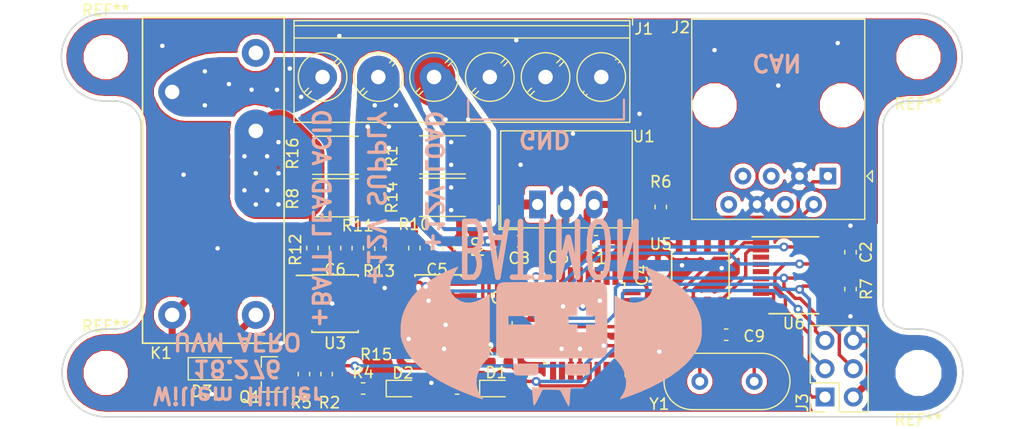
<source format=kicad_pcb>
(kicad_pcb (version 20171130) (host pcbnew "(5.0.0)")
  (layers (0 F.Cu signal) (31 B.Cu signal) (34 B.Paste user) (35 F.Paste user) (36 B.SilkS user) (37 F.SilkS user) (38 B.Mask user) (39 F.Mask user) (44 Edge.Cuts user))
  (net 0 "")
  (net 1 +5V)
  (net 2 GND)
  (net 3 "Net-(C5-Pad2)")
  (net 4 "Net-(C5-Pad1)")
  (net 5 "Net-(C6-Pad1)")
  (net 6 "Net-(C6-Pad2)")
  (net 7 /LED1)
  (net 8 "Net-(D1-Pad1)")
  (net 9 "Net-(D2-Pad1)")
  (net 10 /LED2)
  (net 11 +12V)
  (net 12 /LOAD)
  (net 13 "Net-(J1-Pad6)")
  (net 14 "Net-(J2-Pad1)")
  (net 15 "Net-(J2-Pad2)")
  (net 16 /MISO)
  (net 17 /SCK)
  (net 18 /RESET)
  (net 19 /MOSI)
  (net 20 +BATT)
  (net 21 "Net-(Q1-Pad1)")
  (net 22 "Net-(R6-Pad1)")
  (net 23 "Net-(R7-Pad2)")
  (net 24 /SCL)
  (net 25 /SDA)
  (net 26 /D10)
  (net 27 "Net-(U5-Pad1)")
  (net 28 "Net-(U5-Pad4)")
  (net 29 "Net-(C9-Pad1)")
  (net 30 "Net-(C10-Pad1)")
  (net 31 "Net-(D3-Pad2)")
  (net 32 /RELAY_CTRL)
  (module MountingHole:MountingHole_3.2mm_M3 (layer F.Cu) (at 169.418 47.752 180)
    (fp_text reference REF** (at 0 -4.2 180) (layer F.SilkS))
    (fp_text value MountingHole_3.2mm_M3)
    (pad 1 np_thru_hole circle (at 0 0 180) (size 3.2 3.2) (drill 3.2) (layers *.Cu *.Mask))
  )
  (module MountingHole:MountingHole_3.2mm_M3 (layer F.Cu) (at 169.418 76.073 180)
    (fp_text reference REF** (at 0 -4.2 180) (layer F.SilkS))
    (fp_text value MountingHole_3.2mm_M3)
    (pad 1 np_thru_hole circle (at 0 0 180) (size 3.2 3.2) (drill 3.2) (layers *.Cu *.Mask))
  )
  (module MountingHole:MountingHole_3.2mm_M3 (layer F.Cu) (at 96.52 47.752)
    (fp_text reference REF** (at 0 -4.2) (layer F.SilkS))
    (fp_text value MountingHole_3.2mm_M3)
    (pad 1 np_thru_hole circle (at 0 0) (size 3.2 3.2) (drill 3.2) (layers *.Cu *.Mask))
  )
  (module MountingHole:MountingHole_3.2mm_M3 (layer F.Cu) (at 96.52 76.073)
    (fp_text reference REF** (at 0 -4.2) (layer F.SilkS))
    (fp_text value MountingHole_3.2mm_M3)
    (pad 1 np_thru_hole circle (at 0 0) (size 3.2 3.2) (drill 3.2) (layers *.Cu *.Mask))
  )
  (module g2rl:G2RL (layer F.Cu) (at 106.172 58.166 90)
    (fp_text reference K1 (at -16.129 -4.699 180) (layer F.SilkS))
    (fp_text value G5V-1)
    (pad 1 thru_hole circle (at 3.8 3.81 90) (size 2.5 2.5) (drill 1.3) (layers *.Cu *.Mask) (net 20 +BATT))
    (pad 5 thru_hole circle (at 7.3 -3.69 90) (size 2.5 2.5) (drill 1.3) (layers *.Cu *.Mask) (net 13 "Net-(J1-Pad6)"))
    (pad 10 thru_hole circle (at 10.8 3.81 90) (size 2.5 2.5) (drill 1.3) (layers *.Cu *.Mask))
    (pad 2 thru_hole circle (at -12.7 -3.69 90) (size 2.5 2.5) (drill 1.3) (layers *.Cu *.Mask) (net 1 +5V))
    (pad 9 thru_hole circle (at -12.7 3.81 90) (size 2.5 2.5) (drill 1.3) (layers *.Cu *.Mask) (net 31 "Net-(D3-Pad2)"))
  )
  (module Package_QFP:TQFP-32_7x7mm_P0.8mm (layer F.Cu) (at 139.446 71.628 180)
    (fp_text reference U4 (at -4.445 -4.445 180) (layer F.SilkS))
    (fp_text value ATmega328P-AU)
    (pad 1 smd rect (at -4.25 -2.8 180) (size 1.6 0.55) (layers F.Cu F.Paste F.Mask) (net 10 /LED2))
    (pad 2 smd rect (at -4.25 -2 180) (size 1.6 0.55) (layers F.Cu F.Paste F.Mask) (net 32 /RELAY_CTRL))
    (pad 3 smd rect (at -4.25 -1.2 180) (size 1.6 0.55) (layers F.Cu F.Paste F.Mask) (net 2 GND))
    (pad 4 smd rect (at -4.25 -0.4 180) (size 1.6 0.55) (layers F.Cu F.Paste F.Mask) (net 1 +5V))
    (pad 5 smd rect (at -4.25 0.4 180) (size 1.6 0.55) (layers F.Cu F.Paste F.Mask) (net 2 GND))
    (pad 6 smd rect (at -4.25 1.2 180) (size 1.6 0.55) (layers F.Cu F.Paste F.Mask) (net 1 +5V))
    (pad 7 smd rect (at -4.25 2 180) (size 1.6 0.55) (layers F.Cu F.Paste F.Mask))
    (pad 8 smd rect (at -4.25 2.8 180) (size 1.6 0.55) (layers F.Cu F.Paste F.Mask))
    (pad 9 smd rect (at -2.8 4.25 270) (size 1.6 0.55) (layers F.Cu F.Paste F.Mask))
    (pad 10 smd rect (at -2 4.25 270) (size 1.6 0.55) (layers F.Cu F.Paste F.Mask))
    (pad 11 smd rect (at -1.2 4.25 270) (size 1.6 0.55) (layers F.Cu F.Paste F.Mask))
    (pad 12 smd rect (at -0.4 4.25 270) (size 1.6 0.55) (layers F.Cu F.Paste F.Mask))
    (pad 13 smd rect (at 0.4 4.25 270) (size 1.6 0.55) (layers F.Cu F.Paste F.Mask))
    (pad 14 smd rect (at 1.2 4.25 270) (size 1.6 0.55) (layers F.Cu F.Paste F.Mask) (net 26 /D10))
    (pad 15 smd rect (at 2 4.25 270) (size 1.6 0.55) (layers F.Cu F.Paste F.Mask) (net 19 /MOSI))
    (pad 16 smd rect (at 2.8 4.25 270) (size 1.6 0.55) (layers F.Cu F.Paste F.Mask) (net 16 /MISO))
    (pad 17 smd rect (at 4.25 2.8 180) (size 1.6 0.55) (layers F.Cu F.Paste F.Mask) (net 17 /SCK))
    (pad 18 smd rect (at 4.25 2 180) (size 1.6 0.55) (layers F.Cu F.Paste F.Mask) (net 1 +5V))
    (pad 19 smd rect (at 4.25 1.2 180) (size 1.6 0.55) (layers F.Cu F.Paste F.Mask))
    (pad 20 smd rect (at 4.25 0.4 180) (size 1.6 0.55) (layers F.Cu F.Paste F.Mask) (net 1 +5V))
    (pad 21 smd rect (at 4.25 -0.4 180) (size 1.6 0.55) (layers F.Cu F.Paste F.Mask) (net 2 GND))
    (pad 22 smd rect (at 4.25 -1.2 180) (size 1.6 0.55) (layers F.Cu F.Paste F.Mask))
    (pad 23 smd rect (at 4.25 -2 180) (size 1.6 0.55) (layers F.Cu F.Paste F.Mask))
    (pad 24 smd rect (at 4.25 -2.8 180) (size 1.6 0.55) (layers F.Cu F.Paste F.Mask))
    (pad 25 smd rect (at 2.8 -4.25 270) (size 1.6 0.55) (layers F.Cu F.Paste F.Mask))
    (pad 26 smd rect (at 2 -4.25 270) (size 1.6 0.55) (layers F.Cu F.Paste F.Mask))
    (pad 27 smd rect (at 1.2 -4.25 270) (size 1.6 0.55) (layers F.Cu F.Paste F.Mask) (net 25 /SDA))
    (pad 28 smd rect (at 0.4 -4.25 270) (size 1.6 0.55) (layers F.Cu F.Paste F.Mask) (net 24 /SCL))
    (pad 29 smd rect (at -0.4 -4.25 270) (size 1.6 0.55) (layers F.Cu F.Paste F.Mask) (net 18 /RESET))
    (pad 30 smd rect (at -1.2 -4.25 270) (size 1.6 0.55) (layers F.Cu F.Paste F.Mask))
    (pad 31 smd rect (at -2 -4.25 270) (size 1.6 0.55) (layers F.Cu F.Paste F.Mask))
    (pad 32 smd rect (at -2.8 -4.25 270) (size 1.6 0.55) (layers F.Cu F.Paste F.Mask) (net 7 /LED1))
  )
  (module Connector_RJ:RJ45_Amphenol_54602-x08_Horizontal (layer F.Cu) (at 161.29 58.42 180)
    (fp_text reference J2 (at 13.208 13.335 180) (layer F.SilkS))
    (fp_text value RJ45)
    (pad "" np_thru_hole circle (at 10.16 6.35 180) (size 3.2 3.2) (drill 3.2) (layers *.Cu *.Mask))
    (pad "" np_thru_hole circle (at -1.27 6.35 180) (size 3.2 3.2) (drill 3.2) (layers *.Cu *.Mask))
    (pad 1 thru_hole rect (at 0 0 180) (size 1.5 1.5) (drill 0.76) (layers *.Cu *.Mask) (net 14 "Net-(J2-Pad1)"))
    (pad 2 thru_hole circle (at 1.27 -2.54 180) (size 1.5 1.5) (drill 0.76) (layers *.Cu *.Mask) (net 15 "Net-(J2-Pad2)"))
    (pad 3 thru_hole circle (at 2.54 0 180) (size 1.5 1.5) (drill 0.76) (layers *.Cu *.Mask) (net 2 GND))
    (pad 4 thru_hole circle (at 3.81 -2.54 180) (size 1.5 1.5) (drill 0.76) (layers *.Cu *.Mask))
    (pad 5 thru_hole circle (at 5.08 0 180) (size 1.5 1.5) (drill 0.76) (layers *.Cu *.Mask))
    (pad 6 thru_hole circle (at 6.35 -2.54 180) (size 1.5 1.5) (drill 0.76) (layers *.Cu *.Mask) (net 2 GND))
    (pad 7 thru_hole circle (at 7.62 0 180) (size 1.5 1.5) (drill 0.76) (layers *.Cu *.Mask))
    (pad 8 thru_hole circle (at 8.89 -2.54 180) (size 1.5 1.5) (drill 0.76) (layers *.Cu *.Mask))
  )
  (module Capacitor_SMD:C_0603_1608Metric (layer F.Cu) (at 140.4875 64.262)
    (fp_text reference C1 (at 0 1.524) (layer F.SilkS))
    (fp_text value 0.1uF)
    (pad 1 smd roundrect (at -0.7875 0) (size 0.875 0.95) (layers F.Cu F.Paste F.Mask) (net 1 +5V))
    (pad 2 smd roundrect (at 0.7875 0) (size 0.875 0.95) (layers F.Cu F.Paste F.Mask) (net 2 GND))
  )
  (module Capacitor_SMD:C_0603_1608Metric (layer F.Cu) (at 163.322 65.2525 90)
    (fp_text reference C2 (at 0 1.397 90) (layer F.SilkS))
    (fp_text value 0.1uF)
    (pad 2 smd roundrect (at 0.7875 0 90) (size 0.875 0.95) (layers F.Cu F.Paste F.Mask) (net 2 GND))
    (pad 1 smd roundrect (at -0.7875 0 90) (size 0.875 0.95) (layers F.Cu F.Paste F.Mask) (net 1 +5V))
  )
  (module Capacitor_SMD:C_0603_1608Metric (layer F.Cu) (at 137.1345 64.262 180)
    (fp_text reference C3 (at 0 -1.43 180) (layer F.SilkS))
    (fp_text value 10uF)
    (pad 2 smd roundrect (at 0.7875 0 180) (size 0.875 0.95) (layers F.Cu F.Paste F.Mask) (net 2 GND))
    (pad 1 smd roundrect (at -0.7875 0 180) (size 0.875 0.95) (layers F.Cu F.Paste F.Mask) (net 1 +5V))
  )
  (module Capacitor_SMD:C_0603_1608Metric (layer F.Cu) (at 146.05 67.31 90)
    (fp_text reference C4 (at 0 -1.43 90) (layer F.SilkS))
    (fp_text value 0.1uF)
    (pad 1 smd roundrect (at -0.7875 0 90) (size 0.875 0.95) (layers F.Cu F.Paste F.Mask) (net 1 +5V))
    (pad 2 smd roundrect (at 0.7875 0 90) (size 0.875 0.95) (layers F.Cu F.Paste F.Mask) (net 2 GND))
  )
  (module Capacitor_SMD:C_0603_1608Metric (layer F.Cu) (at 126.238 64.8715 270)
    (fp_text reference C5 (at 1.9305 0) (layer F.SilkS))
    (fp_text value 0.1uF)
    (pad 2 smd roundrect (at 0.7875 0 270) (size 0.875 0.95) (layers F.Cu F.Paste F.Mask) (net 3 "Net-(C5-Pad2)"))
    (pad 1 smd roundrect (at -0.7875 0 270) (size 0.875 0.95) (layers F.Cu F.Paste F.Mask) (net 4 "Net-(C5-Pad1)"))
  )
  (module Capacitor_SMD:C_0603_1608Metric (layer F.Cu) (at 117.094 64.8715 270)
    (fp_text reference C6 (at 1.9305 0) (layer F.SilkS))
    (fp_text value 0.1uF)
    (pad 1 smd roundrect (at -0.7875 0 270) (size 0.875 0.95) (layers F.Cu F.Paste F.Mask) (net 5 "Net-(C6-Pad1)"))
    (pad 2 smd roundrect (at 0.7875 0 270) (size 0.875 0.95) (layers F.Cu F.Paste F.Mask) (net 6 "Net-(C6-Pad2)"))
  )
  (module Capacitor_SMD:C_0603_1608Metric (layer F.Cu) (at 146.05 70.8915 270)
    (fp_text reference C7 (at 2.5145 0 270) (layer F.SilkS))
    (fp_text value 0.1uF)
    (pad 1 smd roundrect (at -0.7875 0 270) (size 0.875 0.95) (layers F.Cu F.Paste F.Mask) (net 1 +5V))
    (pad 2 smd roundrect (at 0.7875 0 270) (size 0.875 0.95) (layers F.Cu F.Paste F.Mask) (net 2 GND))
  )
  (module LED_SMD:LED_0603_1608Metric (layer F.Cu) (at 131.5465 77.47)
    (fp_text reference D1 (at 0 -1.43) (layer F.SilkS))
    (fp_text value LED)
    (pad 2 smd roundrect (at 0.7875 0) (size 0.875 0.95) (layers F.Cu F.Paste F.Mask) (net 7 /LED1))
    (pad 1 smd roundrect (at -0.7875 0) (size 0.875 0.95) (layers F.Cu F.Paste F.Mask) (net 8 "Net-(D1-Pad1)"))
  )
  (module LED_SMD:LED_0603_1608Metric (layer F.Cu) (at 123.1645 77.47)
    (fp_text reference D2 (at 0.0255 -1.397) (layer F.SilkS))
    (fp_text value LED)
    (pad 1 smd roundrect (at -0.7875 0) (size 0.875 0.95) (layers F.Cu F.Paste F.Mask) (net 9 "Net-(D2-Pad1)"))
    (pad 2 smd roundrect (at 0.7875 0) (size 0.875 0.95) (layers F.Cu F.Paste F.Mask) (net 10 /LED2))
  )
  (module TerminalBlock_Phoenix:TerminalBlock_Phoenix_PT-1,5-6-5.0-H_1x06_P5.00mm_Horizontal (layer F.Cu) (at 140.97 49.53 180)
    (fp_text reference J1 (at -3.81 4.318 180) (layer F.SilkS))
    (fp_text value 12V_INTERFACE)
    (pad 1 thru_hole rect (at 0 0 180) (size 2.6 2.6) (drill 1.3) (layers *.Cu *.Mask) (net 2 GND))
    (pad 2 thru_hole circle (at 5 0 180) (size 2.6 2.6) (drill 1.3) (layers *.Cu *.Mask) (net 2 GND))
    (pad 3 thru_hole circle (at 10 0 180) (size 2.6 2.6) (drill 1.3) (layers *.Cu *.Mask) (net 2 GND))
    (pad 4 thru_hole circle (at 15 0 180) (size 2.6 2.6) (drill 1.3) (layers *.Cu *.Mask) (net 12 /LOAD))
    (pad 5 thru_hole circle (at 20 0 180) (size 2.6 2.6) (drill 1.3) (layers *.Cu *.Mask) (net 11 +12V))
    (pad 6 thru_hole circle (at 25 0 180) (size 2.6 2.6) (drill 1.3) (layers *.Cu *.Mask) (net 13 "Net-(J1-Pad6)"))
  )
  (module Package_TO_SOT_SMD:SOT-23 (layer F.Cu) (at 111.236 76.2 180)
    (fp_text reference Q1 (at 1.762 -2.032 180) (layer F.SilkS))
    (fp_text value MMBT222A)
    (pad 1 smd rect (at -1 -0.95 180) (size 0.9 0.8) (layers F.Cu F.Paste F.Mask) (net 21 "Net-(Q1-Pad1)"))
    (pad 2 smd rect (at -1 0.95 180) (size 0.9 0.8) (layers F.Cu F.Paste F.Mask) (net 2 GND))
    (pad 3 smd rect (at 1 0 180) (size 0.9 0.8) (layers F.Cu F.Paste F.Mask) (net 31 "Net-(D3-Pad2)"))
  )
  (module Resistor_SMD:R_0603_1608Metric (layer F.Cu) (at 116.332 76.1745 270)
    (fp_text reference R2 (at 2.5655 -0.254) (layer F.SilkS))
    (fp_text value 100k)
    (pad 2 smd roundrect (at 0.7875 0 270) (size 0.875 0.95) (layers F.Cu F.Paste F.Mask) (net 2 GND))
    (pad 1 smd roundrect (at -0.7875 0 270) (size 0.875 0.95) (layers F.Cu F.Paste F.Mask) (net 32 /RELAY_CTRL))
  )
  (module Resistor_SMD:R_0603_1608Metric (layer F.Cu) (at 128.0415 77.47)
    (fp_text reference R3 (at 0 -1.43) (layer F.SilkS))
    (fp_text value 1k)
    (pad 2 smd roundrect (at 0.7875 0) (size 0.875 0.95) (layers F.Cu F.Paste F.Mask) (net 8 "Net-(D1-Pad1)"))
    (pad 1 smd roundrect (at -0.7875 0) (size 0.875 0.95) (layers F.Cu F.Paste F.Mask) (net 2 GND))
  )
  (module Resistor_SMD:R_0603_1608Metric (layer F.Cu) (at 119.6085 77.47)
    (fp_text reference R4 (at 0 -1.43) (layer F.SilkS))
    (fp_text value 1k)
    (pad 1 smd roundrect (at -0.7875 0) (size 0.875 0.95) (layers F.Cu F.Paste F.Mask) (net 2 GND))
    (pad 2 smd roundrect (at 0.7875 0) (size 0.875 0.95) (layers F.Cu F.Paste F.Mask) (net 9 "Net-(D2-Pad1)"))
  )
  (module Resistor_SMD:R_0603_1608Metric (layer F.Cu) (at 114.3 76.1745 90)
    (fp_text reference R5 (at -2.5655 -0.254 180) (layer F.SilkS))
    (fp_text value 1k)
    (pad 1 smd roundrect (at -0.7875 0 90) (size 0.875 0.95) (layers F.Cu F.Paste F.Mask) (net 21 "Net-(Q1-Pad1)"))
    (pad 2 smd roundrect (at 0.7875 0 90) (size 0.875 0.95) (layers F.Cu F.Paste F.Mask) (net 32 /RELAY_CTRL))
  )
  (module Resistor_SMD:R_0603_1608Metric (layer F.Cu) (at 146.304 61.1885 90)
    (fp_text reference R6 (at 2.2605 0 180) (layer F.SilkS))
    (fp_text value 10k)
    (pad 2 smd roundrect (at 0.7875 0 90) (size 0.875 0.95) (layers F.Cu F.Paste F.Mask) (net 2 GND))
    (pad 1 smd roundrect (at -0.7875 0 90) (size 0.875 0.95) (layers F.Cu F.Paste F.Mask) (net 22 "Net-(R6-Pad1)"))
  )
  (module Resistor_SMD:R_0603_1608Metric (layer F.Cu) (at 163.322 68.5545 270)
    (fp_text reference R7 (at 0 -1.43 270) (layer F.SilkS))
    (fp_text value 10k)
    (pad 1 smd roundrect (at -0.7875 0 270) (size 0.875 0.95) (layers F.Cu F.Paste F.Mask) (net 1 +5V))
    (pad 2 smd roundrect (at 0.7875 0 270) (size 0.875 0.95) (layers F.Cu F.Paste F.Mask) (net 23 "Net-(R7-Pad2)"))
  )
  (module Resistor_SMD:R_0603_1608Metric (layer F.Cu) (at 128.27 64.8715 90)
    (fp_text reference R9 (at 0.1015 1.651 270) (layer F.SilkS))
    (fp_text value 10)
    (pad 2 smd roundrect (at 0.7875 0 90) (size 0.875 0.95) (layers F.Cu F.Paste F.Mask) (net 12 /LOAD))
    (pad 1 smd roundrect (at -0.7875 0 90) (size 0.875 0.95) (layers F.Cu F.Paste F.Mask) (net 4 "Net-(C5-Pad1)"))
  )
  (module Resistor_SMD:R_0603_1608Metric (layer F.Cu) (at 124.206 64.8715 90)
    (fp_text reference R10 (at 2.1335 0 180) (layer F.SilkS))
    (fp_text value 10)
    (pad 1 smd roundrect (at -0.7875 0 90) (size 0.875 0.95) (layers F.Cu F.Paste F.Mask) (net 3 "Net-(C5-Pad2)"))
    (pad 2 smd roundrect (at 0.7875 0 90) (size 0.875 0.95) (layers F.Cu F.Paste F.Mask) (net 11 +12V))
  )
  (module Resistor_SMD:R_0603_1608Metric (layer F.Cu) (at 119.126 64.8715 90)
    (fp_text reference R11 (at 2.0065 0 180) (layer F.SilkS))
    (fp_text value 10)
    (pad 1 smd roundrect (at -0.7875 0 90) (size 0.875 0.95) (layers F.Cu F.Paste F.Mask) (net 5 "Net-(C6-Pad1)"))
    (pad 2 smd roundrect (at 0.7875 0 90) (size 0.875 0.95) (layers F.Cu F.Paste F.Mask) (net 11 +12V))
  )
  (module Resistor_SMD:R_0603_1608Metric (layer F.Cu) (at 115.062 64.8715 90)
    (fp_text reference R12 (at -0.1525 -1.524 90) (layer F.SilkS))
    (fp_text value 10)
    (pad 2 smd roundrect (at 0.7875 0 90) (size 0.875 0.95) (layers F.Cu F.Paste F.Mask) (net 20 +BATT))
    (pad 1 smd roundrect (at -0.7875 0 90) (size 0.875 0.95) (layers F.Cu F.Paste F.Mask) (net 6 "Net-(C6-Pad2)"))
  )
  (module Resistor_SMD:R_0603_1608Metric (layer F.Cu) (at 121.158 64.9225 270)
    (fp_text reference R13 (at 2.0065 0.127) (layer F.SilkS))
    (fp_text value 10K)
    (pad 2 smd roundrect (at 0.7875 0 270) (size 0.875 0.95) (layers F.Cu F.Paste F.Mask) (net 24 /SCL))
    (pad 1 smd roundrect (at -0.7875 0 270) (size 0.875 0.95) (layers F.Cu F.Paste F.Mask) (net 1 +5V))
  )
  (module Resistor_SMD:R_0603_1608Metric (layer F.Cu) (at 123.7235 74.422)
    (fp_text reference R15 (at -2.9465 0) (layer F.SilkS))
    (fp_text value 10k)
    (pad 1 smd roundrect (at -0.7875 0) (size 0.875 0.95) (layers F.Cu F.Paste F.Mask) (net 1 +5V))
    (pad 2 smd roundrect (at 0.7875 0) (size 0.875 0.95) (layers F.Cu F.Paste F.Mask) (net 25 /SDA))
  )
  (module Resistor_SMD:R_0603_1608Metric (layer F.Cu) (at 131.8515 75.184)
    (fp_text reference R17 (at 0 -1.27) (layer F.SilkS))
    (fp_text value 10k)
    (pad 1 smd roundrect (at -0.7875 0) (size 0.875 0.95) (layers F.Cu F.Paste F.Mask) (net 1 +5V))
    (pad 2 smd roundrect (at 0.7875 0) (size 0.875 0.95) (layers F.Cu F.Paste F.Mask) (net 18 /RESET))
  )
  (module Converter_DCDC:Converter_DCDC_RECOM_R-78E-0.5_THT (layer F.Cu) (at 135.255 60.96)
    (fp_text reference U1 (at 9.525 -6.096) (layer F.SilkS))
    (fp_text value R-78E5.0-0.5)
    (pad 1 thru_hole rect (at 0 0) (size 1.5 2.5) (drill 1) (layers *.Cu *.Mask) (net 11 +12V))
    (pad 2 thru_hole oval (at 2.54 0) (size 1.5 2.5) (drill 1) (layers *.Cu *.Mask) (net 2 GND))
    (pad 3 thru_hole oval (at 5.08 0) (size 1.5 2.5) (drill 1) (layers *.Cu *.Mask) (net 1 +5V))
  )
  (module Package_SO:SOIC-8_3.9x4.9mm_P1.27mm (layer F.Cu) (at 126.332 69.85 180)
    (fp_text reference U2 (at -0.16 -3.556 180) (layer F.SilkS))
    (fp_text value INA219)
    (pad 8 smd rect (at 2.7 -1.905 180) (size 1.55 0.6) (layers F.Cu F.Paste F.Mask) (net 2 GND))
    (pad 7 smd rect (at 2.7 -0.635 180) (size 1.55 0.6) (layers F.Cu F.Paste F.Mask) (net 1 +5V))
    (pad 6 smd rect (at 2.7 0.635 180) (size 1.55 0.6) (layers F.Cu F.Paste F.Mask) (net 25 /SDA))
    (pad 5 smd rect (at 2.7 1.905 180) (size 1.55 0.6) (layers F.Cu F.Paste F.Mask) (net 24 /SCL))
    (pad 4 smd rect (at -2.7 1.905 180) (size 1.55 0.6) (layers F.Cu F.Paste F.Mask) (net 1 +5V))
    (pad 3 smd rect (at -2.7 0.635 180) (size 1.55 0.6) (layers F.Cu F.Paste F.Mask) (net 2 GND))
    (pad 2 smd rect (at -2.7 -0.635 180) (size 1.55 0.6) (layers F.Cu F.Paste F.Mask) (net 3 "Net-(C5-Pad2)"))
    (pad 1 smd rect (at -2.7 -1.905 180) (size 1.55 0.6) (layers F.Cu F.Paste F.Mask) (net 4 "Net-(C5-Pad1)"))
  )
  (module Package_SO:SOIC-8_3.9x4.9mm_P1.27mm (layer F.Cu) (at 117.094 69.85)
    (fp_text reference U3 (at 0 3.556) (layer F.SilkS))
    (fp_text value INA219)
    (pad 1 smd rect (at -2.7 -1.905) (size 1.55 0.6) (layers F.Cu F.Paste F.Mask) (net 5 "Net-(C6-Pad1)"))
    (pad 2 smd rect (at -2.7 -0.635) (size 1.55 0.6) (layers F.Cu F.Paste F.Mask) (net 6 "Net-(C6-Pad2)"))
    (pad 3 smd rect (at -2.7 0.635) (size 1.55 0.6) (layers F.Cu F.Paste F.Mask) (net 2 GND))
    (pad 4 smd rect (at -2.7 1.905) (size 1.55 0.6) (layers F.Cu F.Paste F.Mask) (net 1 +5V))
    (pad 5 smd rect (at 2.7 1.905) (size 1.55 0.6) (layers F.Cu F.Paste F.Mask) (net 24 /SCL))
    (pad 6 smd rect (at 2.7 0.635) (size 1.55 0.6) (layers F.Cu F.Paste F.Mask) (net 25 /SDA))
    (pad 7 smd rect (at 2.7 -0.635) (size 1.55 0.6) (layers F.Cu F.Paste F.Mask) (net 2 GND))
    (pad 8 smd rect (at 2.7 -1.905) (size 1.55 0.6) (layers F.Cu F.Paste F.Mask) (net 2 GND))
  )
  (module Package_SO:SOIC-8_3.9x4.9mm_P1.27mm (layer F.Cu) (at 149.86 67.31 90)
    (fp_text reference U5 (at 2.794 -3.556 180) (layer F.SilkS))
    (fp_text value MCP2551-I-SN)
    (pad 1 smd rect (at -2.7 -1.905 90) (size 1.55 0.6) (layers F.Cu F.Paste F.Mask) (net 27 "Net-(U5-Pad1)"))
    (pad 2 smd rect (at -2.7 -0.635 90) (size 1.55 0.6) (layers F.Cu F.Paste F.Mask) (net 2 GND))
    (pad 3 smd rect (at -2.7 0.635 90) (size 1.55 0.6) (layers F.Cu F.Paste F.Mask) (net 1 +5V))
    (pad 4 smd rect (at -2.7 1.905 90) (size 1.55 0.6) (layers F.Cu F.Paste F.Mask) (net 28 "Net-(U5-Pad4)"))
    (pad 5 smd rect (at 2.7 1.905 90) (size 1.55 0.6) (layers F.Cu F.Paste F.Mask))
    (pad 6 smd rect (at 2.7 0.635 90) (size 1.55 0.6) (layers F.Cu F.Paste F.Mask) (net 15 "Net-(J2-Pad2)"))
    (pad 7 smd rect (at 2.7 -0.635 90) (size 1.55 0.6) (layers F.Cu F.Paste F.Mask) (net 14 "Net-(J2-Pad1)"))
    (pad 8 smd rect (at 2.7 -1.905 90) (size 1.55 0.6) (layers F.Cu F.Paste F.Mask) (net 22 "Net-(R6-Pad1)"))
  )
  (module Package_SO:TSSOP-20_4.4x6.5mm_P0.65mm (layer F.Cu) (at 158.242 67.31)
    (fp_text reference U6 (at 0 4.318) (layer F.SilkS))
    (fp_text value MCP2515-IST)
    (pad 1 smd rect (at -2.95 -2.925) (size 1.45 0.45) (layers F.Cu F.Paste F.Mask) (net 27 "Net-(U5-Pad1)"))
    (pad 2 smd rect (at -2.95 -2.275) (size 1.45 0.45) (layers F.Cu F.Paste F.Mask) (net 28 "Net-(U5-Pad4)"))
    (pad 3 smd rect (at -2.95 -1.625) (size 1.45 0.45) (layers F.Cu F.Paste F.Mask))
    (pad 4 smd rect (at -2.95 -0.975) (size 1.45 0.45) (layers F.Cu F.Paste F.Mask))
    (pad 5 smd rect (at -2.95 -0.325) (size 1.45 0.45) (layers F.Cu F.Paste F.Mask))
    (pad 6 smd rect (at -2.95 0.325) (size 1.45 0.45) (layers F.Cu F.Paste F.Mask))
    (pad 7 smd rect (at -2.95 0.975) (size 1.45 0.45) (layers F.Cu F.Paste F.Mask))
    (pad 8 smd rect (at -2.95 1.625) (size 1.45 0.45) (layers F.Cu F.Paste F.Mask) (net 29 "Net-(C9-Pad1)"))
    (pad 9 smd rect (at -2.95 2.275) (size 1.45 0.45) (layers F.Cu F.Paste F.Mask) (net 30 "Net-(C10-Pad1)"))
    (pad 10 smd rect (at -2.95 2.925) (size 1.45 0.45) (layers F.Cu F.Paste F.Mask) (net 2 GND))
    (pad 11 smd rect (at 2.95 2.925) (size 1.45 0.45) (layers F.Cu F.Paste F.Mask))
    (pad 12 smd rect (at 2.95 2.275) (size 1.45 0.45) (layers F.Cu F.Paste F.Mask))
    (pad 13 smd rect (at 2.95 1.625) (size 1.45 0.45) (layers F.Cu F.Paste F.Mask))
    (pad 14 smd rect (at 2.95 0.975) (size 1.45 0.45) (layers F.Cu F.Paste F.Mask) (net 17 /SCK))
    (pad 15 smd rect (at 2.95 0.325) (size 1.45 0.45) (layers F.Cu F.Paste F.Mask))
    (pad 16 smd rect (at 2.95 -0.325) (size 1.45 0.45) (layers F.Cu F.Paste F.Mask) (net 19 /MOSI))
    (pad 17 smd rect (at 2.95 -0.975) (size 1.45 0.45) (layers F.Cu F.Paste F.Mask) (net 16 /MISO))
    (pad 18 smd rect (at 2.95 -1.625) (size 1.45 0.45) (layers F.Cu F.Paste F.Mask) (net 26 /D10))
    (pad 19 smd rect (at 2.95 -2.275) (size 1.45 0.45) (layers F.Cu F.Paste F.Mask) (net 23 "Net-(R7-Pad2)"))
    (pad 20 smd rect (at 2.95 -2.925) (size 1.45 0.45) (layers F.Cu F.Paste F.Mask) (net 1 +5V))
  )
  (module Capacitor_SMD:C_0603_1608Metric (layer F.Cu) (at 133.604 64.262)
    (fp_text reference C8 (at 0 1.524) (layer F.SilkS))
    (fp_text value 10uF)
    (pad 2 smd roundrect (at 0.7875 0) (size 0.875 0.95) (layers F.Cu F.Paste F.Mask) (net 2 GND))
    (pad 1 smd roundrect (at -0.7875 0) (size 0.875 0.95) (layers F.Cu F.Paste F.Mask) (net 11 +12V))
  )
  (module Capacitor_SMD:C_0603_1608Metric (layer F.Cu) (at 152.1715 72.644 180)
    (fp_text reference C9 (at -2.5145 -0.127 180) (layer F.SilkS))
    (fp_text value 22pF)
    (pad 1 smd roundrect (at -0.7875 0 180) (size 0.875 0.95) (layers F.Cu F.Paste F.Mask) (net 29 "Net-(C9-Pad1)"))
    (pad 2 smd roundrect (at 0.7875 0 180) (size 0.875 0.95) (layers F.Cu F.Paste F.Mask) (net 2 GND))
  )
  (module Capacitor_SMD:C_0603_1608Metric (layer F.Cu) (at 148.6155 72.644 180)
    (fp_text reference C10 (at 0.0255 1.143) (layer F.SilkS))
    (fp_text value 22pF)
    (pad 2 smd roundrect (at 0.7875 0 180) (size 0.875 0.95) (layers F.Cu F.Paste F.Mask) (net 2 GND))
    (pad 1 smd roundrect (at -0.7875 0 180) (size 0.875 0.95) (layers F.Cu F.Paste F.Mask) (net 30 "Net-(C10-Pad1)"))
  )
  (module Capacitor_SMD:C_0603_1608Metric (layer F.Cu) (at 132.461 71.628 270)
    (fp_text reference C11 (at -2.286 0) (layer F.SilkS))
    (fp_text value 0.1uF)
    (pad 1 smd roundrect (at -0.7875 0 270) (size 0.875 0.95) (layers F.Cu F.Paste F.Mask) (net 1 +5V))
    (pad 2 smd roundrect (at 0.7875 0 270) (size 0.875 0.95) (layers F.Cu F.Paste F.Mask) (net 2 GND))
  )
  (module Resistor_SMD:R_2512_6332Metric (layer F.Cu) (at 126.725 56.515)
    (fp_text reference R1 (at -4.551 0.127 90) (layer F.SilkS))
    (fp_text value 0.02)
    (pad 2 smd roundrect (at 2.9 0) (size 1.35 3.35) (layers F.Cu F.Paste F.Mask) (roundrect_rratio 0.185185) (net 12 /LOAD))
    (pad 1 smd roundrect (at -2.9 0) (size 1.35 3.35) (layers F.Cu F.Paste F.Mask) (roundrect_rratio 0.185185) (net 11 +12V))
  )
  (module Resistor_SMD:R_2512_6332Metric (layer F.Cu) (at 117.13275 60.362564)
    (fp_text reference R8 (at -3.84875 0.089436 90) (layer F.SilkS))
    (fp_text value 0.02)
    (pad 2 smd roundrect (at 2.9 0) (size 1.35 3.35) (layers F.Cu F.Paste F.Mask) (roundrect_rratio 0.185185) (net 11 +12V))
    (pad 1 smd roundrect (at -2.9 0) (size 1.35 3.35) (layers F.Cu F.Paste F.Mask) (roundrect_rratio 0.185185) (net 20 +BATT))
  )
  (module Resistor_SMD:R_2512_6332Metric (layer F.Cu) (at 126.725 60.325)
    (fp_text reference R14 (at -4.551 0 90) (layer F.SilkS))
    (fp_text value 0.02)
    (pad 1 smd roundrect (at -2.9 0) (size 1.35 3.35) (layers F.Cu F.Paste F.Mask) (roundrect_rratio 0.185185) (net 11 +12V))
    (pad 2 smd roundrect (at 2.9 0) (size 1.35 3.35) (layers F.Cu F.Paste F.Mask) (roundrect_rratio 0.185185) (net 12 /LOAD))
  )
  (module Resistor_SMD:R_2512_6332Metric (layer F.Cu) (at 117.13275 56.552564)
    (fp_text reference R16 (at -3.84875 -0.164564 90) (layer F.SilkS))
    (fp_text value 0.02)
    (pad 1 smd roundrect (at -2.9 0) (size 1.35 3.35) (layers F.Cu F.Paste F.Mask) (roundrect_rratio 0.185185) (net 20 +BATT))
    (pad 2 smd roundrect (at 2.9 0) (size 1.35 3.35) (layers F.Cu F.Paste F.Mask) (roundrect_rratio 0.185185) (net 11 +12V))
  )
  (module Connector_PinSocket_2.54mm:PinSocket_2x03_P2.54mm_Vertical (layer F.Cu) (at 161.036 78.232 180)
    (fp_text reference J3 (at 2.032 -0.508 270) (layer F.SilkS))
    (fp_text value Conn_02x03_Odd_Even)
    (pad 1 thru_hole rect (at 0 0 180) (size 1.7 1.7) (drill 1) (layers *.Cu *.Mask) (net 16 /MISO))
    (pad 2 thru_hole oval (at -2.54 0 180) (size 1.7 1.7) (drill 1) (layers *.Cu *.Mask) (net 1 +5V))
    (pad 3 thru_hole oval (at 0 2.54 180) (size 1.7 1.7) (drill 1) (layers *.Cu *.Mask) (net 17 /SCK))
    (pad 4 thru_hole oval (at -2.54 2.54 180) (size 1.7 1.7) (drill 1) (layers *.Cu *.Mask) (net 19 /MOSI))
    (pad 5 thru_hole oval (at 0 5.08 180) (size 1.7 1.7) (drill 1) (layers *.Cu *.Mask) (net 18 /RESET))
    (pad 6 thru_hole oval (at -2.54 5.08 180) (size 1.7 1.7) (drill 1) (layers *.Cu *.Mask) (net 2 GND))
  )
  (module Diode_SMD:D_SOD-123 (layer F.Cu) (at 106.172 75.692)
    (fp_text reference D3 (at -1.016 2.032) (layer F.SilkS))
    (fp_text value 1N4148)
    (pad 1 smd rect (at -1.65 0) (size 0.9 1.2) (layers F.Cu F.Paste F.Mask) (net 1 +5V))
    (pad 2 smd rect (at 1.65 0) (size 0.9 1.2) (layers F.Cu F.Paste F.Mask) (net 31 "Net-(D3-Pad2)"))
  )
  (module Crystal:Crystal_HC49-U_Vertical (layer F.Cu) (at 154.686 76.835 180)
    (fp_text reference Y1 (at 8.509 -2.032 180) (layer F.SilkS))
    (fp_text value 8MHz)
    (pad 1 thru_hole circle (at 0 0 180) (size 1.5 1.5) (drill 0.8) (layers *.Cu *.Mask) (net 29 "Net-(C9-Pad1)"))
    (pad 2 thru_hole circle (at 4.88 0 180) (size 1.5 1.5) (drill 0.8) (layers *.Cu *.Mask) (net 30 "Net-(C10-Pad1)"))
  )
  (module batmonLogo:batmonLogo (layer B.Cu) (at 136.398 73.914)
    (fp_text reference G*** hide)
    (fp_text value LOGO hide)
  )
  (gr_arc (start 169.418 47.752) (end 169.418 51.689) (angle -180) (layer Edge.Cuts) (width 0.15))
  (gr_line (start 166.243 43.815) (end 169.418 43.815) (layer Edge.Cuts) (width 0.15))
  (gr_arc (start 168.529 53.975) (end 168.529 51.689) (angle -90) (layer Edge.Cuts) (width 0.15))
  (gr_line (start 168.529 51.689) (end 169.418 51.689) (layer Edge.Cuts) (width 0.15))
  (gr_arc (start 168.529 69.85) (end 166.243 69.85) (angle -90) (layer Edge.Cuts) (width 0.15))
  (gr_line (start 166.243 80.01) (end 169.4815 80.01) (layer Edge.Cuts) (width 0.15))
  (gr_line (start 169.4815 72.136) (end 168.529 72.136) (layer Edge.Cuts) (width 0.15))
  (gr_arc (start 169.4815 76.073) (end 169.4815 80.01) (angle -180) (layer Edge.Cuts) (width 0.15))
  (gr_line (start 97.409 72.136) (end 96.52 72.136) (layer Edge.Cuts) (width 0.15))
  (gr_arc (start 97.409 69.85) (end 97.409 72.136) (angle -90) (layer Edge.Cuts) (width 0.15))
  (gr_line (start 99.695 80.01) (end 96.52 80.01) (layer Edge.Cuts) (width 0.15))
  (gr_arc (start 96.52 76.073) (end 96.52 72.136) (angle -180) (layer Edge.Cuts) (width 0.15))
  (gr_line (start 96.4565 51.689) (end 97.409 51.689) (layer Edge.Cuts) (width 0.15))
  (gr_arc (start 96.4565 47.752) (end 96.4565 43.815) (angle -180) (layer Edge.Cuts) (width 0.15))
  (gr_arc (start 97.409 53.975) (end 99.695 53.975) (angle -90) (layer Edge.Cuts) (width 0.15))
  (gr_line (start 99.695 43.815) (end 96.4565 43.815) (layer Edge.Cuts) (width 0.15))
  (gr_text "Willem Hillier\n18.276\nUVM AERO" (at 108.331 75.692 180) (layer B.SilkS) (effects (font (size 1.5 1.5) (thickness 0.3)) (justify mirror)))
  (gr_text BATTMON (at 136.398 64.77 180) (layer B.SilkS) (effects (font (size 5 2.5) (thickness 0.5)) (justify mirror)))
  (gr_text CAN (at 156.718 48.26 180) (layer B.SilkS) (effects (font (size 1.5 1.5) (thickness 0.3)) (justify mirror)))
  (gr_text GND (at 135.89 55.118 180) (layer B.SilkS) (effects (font (size 1.5 1.5) (thickness 0.3)) (justify mirror)))
  (gr_line (start 129.032 53.34) (end 129.032 51.562) (layer B.SilkS) (width 0.2))
  (gr_line (start 143.002 53.34) (end 129.032 53.34) (layer B.SilkS) (width 0.2))
  (gr_line (start 143.002 51.562) (end 143.002 53.34) (layer B.SilkS) (width 0.2))
  (gr_text "+12V LOAD" (at 125.984 58.928 270) (layer B.SilkS) (effects (font (size 1.5 1.5) (thickness 0.3)) (justify mirror)))
  (gr_text "+12V SUPPLY" (at 120.777 60.452 270) (layer B.SilkS) (effects (font (size 1.5 1.5) (thickness 0.3)) (justify mirror)))
  (gr_text "+BATT LEAD ACID" (at 115.824 62.23 270) (layer B.SilkS) (effects (font (size 1.5 1.5) (thickness 0.3)) (justify mirror)))
  (gr_line (start 166.243 53.975) (end 166.243 69.85) (layer Edge.Cuts) (width 0.15))
  (gr_line (start 99.695 43.815) (end 166.243 43.815) (layer Edge.Cuts) (width 0.15))
  (gr_line (start 99.695 69.85) (end 99.695 53.975) (layer Edge.Cuts) (width 0.15))
  (gr_line (start 166.243 80.01) (end 99.695 80.01) (layer Edge.Cuts) (width 0.15))
  (segment (start 127.889 74.549) (end 127.508 74.549) (width 0.3048) (layer B.Cu) (net 0))
  (segment (start 102.482 73.652) (end 104.522 75.692) (width 0.635) (layer F.Cu) (net 1))
  (segment (start 102.482 70.866) (end 102.482 73.652) (width 0.635) (layer F.Cu) (net 1))
  (segment (start 122.222 70.485) (end 123.632 70.485) (width 0.635) (layer F.Cu) (net 1))
  (segment (start 114.394 71.755) (end 115.804 71.755) (width 0.635) (layer F.Cu) (net 1))
  (segment (start 116.802501 72.753501) (end 121.363499 72.753501) (width 0.635) (layer F.Cu) (net 1))
  (segment (start 121.363499 72.753501) (end 122.158499 71.958501) (width 0.635) (layer F.Cu) (net 1))
  (segment (start 115.804 71.755) (end 116.802501 72.753501) (width 0.635) (layer F.Cu) (net 1))
  (segment (start 122.158499 71.958501) (end 122.158499 70.548501) (width 0.635) (layer F.Cu) (net 1))
  (segment (start 122.158499 70.548501) (end 122.222 70.485) (width 0.635) (layer F.Cu) (net 1))
  (segment (start 121.619612 64.596612) (end 121.158 64.135) (width 0.635) (layer F.Cu) (net 1))
  (segment (start 121.816816 64.596612) (end 121.619612 64.596612) (width 0.635) (layer F.Cu) (net 1))
  (segment (start 126.365 67.945) (end 125.21501 66.79501) (width 0.635) (layer F.Cu) (net 1))
  (segment (start 129.032 67.945) (end 126.365 67.945) (width 0.635) (layer F.Cu) (net 1))
  (segment (start 125.21501 66.79501) (end 123.18301 66.79501) (width 0.635) (layer F.Cu) (net 1))
  (segment (start 123.18301 66.79501) (end 122.33151 65.94351) (width 0.635) (layer F.Cu) (net 1))
  (segment (start 122.33151 65.94351) (end 122.33151 65.111306) (width 0.635) (layer F.Cu) (net 1))
  (segment (start 122.33151 65.111306) (end 121.816816 64.596612) (width 0.635) (layer F.Cu) (net 1))
  (segment (start 121.363499 72.849499) (end 122.936 74.422) (width 0.635) (layer F.Cu) (net 1))
  (segment (start 121.363499 72.753501) (end 121.363499 72.849499) (width 0.635) (layer F.Cu) (net 1))
  (segment (start 139.7 61.595) (end 139.7 64.262) (width 0.635) (layer F.Cu) (net 1))
  (segment (start 140.335 60.96) (end 139.7 61.595) (width 0.635) (layer F.Cu) (net 1))
  (segment (start 137.922 64.262) (end 139.7 64.262) (width 0.635) (layer F.Cu) (net 1))
  (segment (start 123.632 70.485) (end 124.739218 70.485) (width 0.635) (layer F.Cu) (net 1))
  (segment (start 125.105501 70.851283) (end 125.715283 70.851283) (width 0.635) (layer F.Cu) (net 1))
  (segment (start 124.739218 70.485) (end 125.105501 70.851283) (width 0.635) (layer F.Cu) (net 1))
  (segment (start 126.574501 68.154501) (end 126.365 67.945) (width 0.635) (layer F.Cu) (net 1))
  (segment (start 126.574501 70.123281) (end 126.574501 68.154501) (width 0.635) (layer F.Cu) (net 1))
  (segment (start 126.003281 70.694501) (end 126.574501 70.123281) (width 0.635) (layer F.Cu) (net 1))
  (segment (start 125.715283 70.851283) (end 125.872065 70.694501) (width 0.635) (layer F.Cu) (net 1))
  (segment (start 125.872065 70.694501) (end 126.003281 70.694501) (width 0.635) (layer F.Cu) (net 1))
  (segment (start 104.430501 68.917499) (end 102.482 70.866) (width 0.635) (layer F.Cu) (net 1))
  (segment (start 111.589499 68.917499) (end 104.430501 68.917499) (width 0.635) (layer F.Cu) (net 1))
  (segment (start 112.776 70.104) (end 111.589499 68.917499) (width 0.635) (layer F.Cu) (net 1))
  (segment (start 112.776 71.547) (end 112.776 70.104) (width 0.635) (layer F.Cu) (net 1))
  (segment (start 114.394 71.755) (end 112.984 71.755) (width 0.635) (layer F.Cu) (net 1))
  (segment (start 112.984 71.755) (end 112.776 71.547) (width 0.635) (layer F.Cu) (net 1))
  (segment (start 133.6735 69.628) (end 135.196 69.628) (width 0.3048) (layer F.Cu) (net 1))
  (segment (start 132.461 70.8405) (end 133.6735 69.628) (width 0.3048) (layer F.Cu) (net 1))
  (segment (start 132.8485 71.228) (end 135.196 71.228) (width 0.3048) (layer F.Cu) (net 1))
  (segment (start 132.461 70.8405) (end 132.8485 71.228) (width 0.3048) (layer F.Cu) (net 1))
  (segment (start 131.999388 71.302112) (end 132.461 70.8405) (width 0.635) (layer F.Cu) (net 1))
  (segment (start 131.58845 71.302112) (end 131.999388 71.302112) (width 0.635) (layer F.Cu) (net 1))
  (segment (start 123.40751 75.46851) (end 127.422052 75.46851) (width 0.635) (layer F.Cu) (net 1))
  (segment (start 122.936 74.422) (end 122.936 74.997) (width 0.635) (layer F.Cu) (net 1))
  (segment (start 122.936 74.997) (end 123.40751 75.46851) (width 0.635) (layer F.Cu) (net 1))
  (segment (start 136.939501 66.006499) (end 134.145501 66.006499) (width 0.635) (layer F.Cu) (net 1))
  (segment (start 137.460388 65.485612) (end 136.939501 66.006499) (width 0.635) (layer F.Cu) (net 1))
  (segment (start 137.922 64.262) (end 137.460388 64.723612) (width 0.635) (layer F.Cu) (net 1))
  (segment (start 137.460388 64.723612) (end 137.460388 65.485612) (width 0.635) (layer F.Cu) (net 1))
  (segment (start 132.461 67.691) (end 132.461 70.8405) (width 0.635) (layer F.Cu) (net 1))
  (segment (start 134.145501 66.006499) (end 132.461 67.691) (width 0.635) (layer F.Cu) (net 1))
  (segment (start 127.422052 75.46851) (end 131.58845 71.302112) (width 0.635) (layer F.Cu) (net 1))
  (segment (start 127.706562 75.184) (end 131.064 75.184) (width 0.635) (layer F.Cu) (net 1))
  (segment (start 127.422052 75.46851) (end 127.706562 75.184) (width 0.635) (layer F.Cu) (net 1))
  (segment (start 142.5912 72.028) (end 143.696 72.028) (width 0.3048) (layer F.Cu) (net 1))
  (segment (start 142.489599 71.926399) (end 142.5912 72.028) (width 0.3048) (layer F.Cu) (net 1))
  (segment (start 142.489599 70.529601) (end 142.489599 71.926399) (width 0.3048) (layer F.Cu) (net 1))
  (segment (start 143.696 70.428) (end 142.5912 70.428) (width 0.3048) (layer F.Cu) (net 1))
  (segment (start 142.5912 70.428) (end 142.489599 70.529601) (width 0.3048) (layer F.Cu) (net 1))
  (segment (start 136.999199 71.926399) (end 142.489599 71.926399) (width 0.3048) (layer F.Cu) (net 1))
  (segment (start 135.196 71.228) (end 136.3008 71.228) (width 0.3048) (layer F.Cu) (net 1))
  (segment (start 136.3008 71.228) (end 136.999199 71.926399) (width 0.3048) (layer F.Cu) (net 1))
  (segment (start 145.726 70.428) (end 143.696 70.428) (width 0.3048) (layer F.Cu) (net 1))
  (segment (start 146.05 70.104) (end 145.726 70.428) (width 0.3048) (layer F.Cu) (net 1))
  (segment (start 163.322 67.767) (end 163.322 66.04) (width 0.3048) (layer F.Cu) (net 1))
  (segment (start 163.897 67.767) (end 163.322 67.767) (width 0.635) (layer F.Cu) (net 1))
  (segment (start 164.997501 68.867501) (end 163.897 67.767) (width 0.635) (layer F.Cu) (net 1))
  (segment (start 163.576 78.232) (end 164.997501 76.810499) (width 0.635) (layer F.Cu) (net 1))
  (segment (start 164.997501 76.810499) (end 164.997501 68.867501) (width 0.635) (layer F.Cu) (net 1))
  (segment (start 162.12101 63.45599) (end 161.338501 64.238499) (width 0.635) (layer F.Cu) (net 1))
  (segment (start 163.90559 57.41609) (end 162.814 56.3245) (width 0.635) (layer F.Cu) (net 1))
  (segment (start 141.72 60.96) (end 140.335 60.96) (width 0.635) (layer F.Cu) (net 1))
  (segment (start 162.814 56.3245) (end 146.3555 56.3245) (width 0.635) (layer F.Cu) (net 1))
  (segment (start 146.3555 56.3245) (end 141.72 60.96) (width 0.635) (layer F.Cu) (net 1))
  (segment (start 150.495 70.485) (end 150.495 70.01) (width 0.3048) (layer F.Cu) (net 1))
  (segment (start 149.788599 71.191401) (end 150.495 70.485) (width 0.3048) (layer F.Cu) (net 1))
  (segment (start 146.05 70.104) (end 147.137401 71.191401) (width 0.3048) (layer F.Cu) (net 1))
  (segment (start 147.137401 71.191401) (end 149.788599 71.191401) (width 0.3048) (layer F.Cu) (net 1))
  (segment (start 146.05 70.104) (end 146.05 68.0975) (width 0.3048) (layer F.Cu) (net 1))
  (segment (start 162.12101 62.628168) (end 162.12101 63.45599) (width 0.635) (layer F.Cu) (net 1))
  (segment (start 163.90559 57.41609) (end 163.90559 60.843588) (width 0.635) (layer F.Cu) (net 1))
  (segment (start 163.90559 60.843588) (end 162.12101 62.628168) (width 0.635) (layer F.Cu) (net 1))
  (segment (start 163.90559 62.010768) (end 163.90559 60.843588) (width 0.635) (layer F.Cu) (net 1))
  (segment (start 164.997501 63.102679) (end 163.90559 62.010768) (width 0.635) (layer F.Cu) (net 1))
  (segment (start 164.997501 68.867501) (end 164.997501 63.102679) (width 0.635) (layer F.Cu) (net 1))
  (via (at 116.84 69.85) (size 0.8) (drill 0.4) (layers F.Cu B.Cu) (net 2))
  (via (at 125.73 76.962) (size 0.8) (drill 0.4) (layers F.Cu B.Cu) (net 2))
  (segment (start 144.901 72.828) (end 143.696 72.828) (width 0.3048) (layer F.Cu) (net 2))
  (segment (start 146.05 71.679) (end 144.901 72.828) (width 0.3048) (layer F.Cu) (net 2))
  (segment (start 145.599 71.228) (end 143.696 71.228) (width 0.3048) (layer F.Cu) (net 2))
  (segment (start 146.05 71.679) (end 145.599 71.228) (width 0.3048) (layer F.Cu) (net 2))
  (segment (start 136.347 64.2444) (end 136.398 64.1934) (width 0.635) (layer F.Cu) (net 2))
  (segment (start 136.347 64.262) (end 136.347 64.2444) (width 0.635) (layer F.Cu) (net 2))
  (segment (start 136.398 64.1934) (end 136.398 63.754) (width 0.635) (layer F.Cu) (net 2))
  (segment (start 137.795 62.357) (end 137.795 60.96) (width 0.635) (layer F.Cu) (net 2))
  (segment (start 136.398 63.754) (end 137.795 62.357) (width 0.635) (layer F.Cu) (net 2))
  (via (at 112.268 73.406) (size 0.8) (drill 0.4) (layers F.Cu B.Cu) (net 2))
  (via (at 121.539 68.453) (size 0.8) (drill 0.4) (layers F.Cu B.Cu) (net 2))
  (via (at 123.698 73.025) (size 0.8) (drill 0.4) (layers F.Cu B.Cu) (net 2))
  (via (at 131.064 73.533) (size 0.8) (drill 0.4) (layers F.Cu B.Cu) (net 2))
  (via (at 127 71.755) (size 0.8) (drill 0.4) (layers F.Cu B.Cu) (net 2))
  (segment (start 155.292 70.7648) (end 155.292 70.235) (width 0.3048) (layer F.Cu) (net 2))
  (segment (start 154.29421 71.76259) (end 155.292 70.7648) (width 0.3048) (layer F.Cu) (net 2))
  (segment (start 152.26541 71.76259) (end 154.29421 71.76259) (width 0.3048) (layer F.Cu) (net 2))
  (segment (start 151.384 72.644) (end 152.26541 71.76259) (width 0.3048) (layer F.Cu) (net 2))
  (segment (start 147.015 72.644) (end 146.05 71.679) (width 0.3048) (layer F.Cu) (net 2))
  (segment (start 147.828 72.644) (end 147.015 72.644) (width 0.3048) (layer F.Cu) (net 2))
  (via (at 146.177 74.168) (size 0.8) (drill 0.4) (layers F.Cu B.Cu) (net 2))
  (via (at 148.209 66.421) (size 0.8) (drill 0.4) (layers F.Cu B.Cu) (net 2))
  (via (at 163.322 70.993) (size 0.8) (drill 0.4) (layers F.Cu B.Cu) (net 2))
  (via (at 163.322 62.865) (size 0.8) (drill 0.4) (layers F.Cu B.Cu) (net 2))
  (via (at 156.845 50.292) (size 0.8) (drill 0.4) (layers F.Cu B.Cu) (net 2))
  (via (at 138.43 54.61) (size 0.8) (drill 0.4) (layers F.Cu B.Cu) (net 2))
  (via (at 103.505 58.293) (size 0.8) (drill 0.4) (layers F.Cu B.Cu) (net 2))
  (via (at 106.553 64.897) (size 0.8) (drill 0.4) (layers F.Cu B.Cu) (net 2))
  (via (at 106.045 77.978) (size 0.8) (drill 0.4) (layers F.Cu B.Cu) (net 2))
  (via (at 144.399 52.832) (size 0.8) (drill 0.4) (layers F.Cu B.Cu) (net 2))
  (via (at 151.13 47.117) (size 0.8) (drill 0.4) (layers F.Cu B.Cu) (net 2))
  (via (at 162.179 46.482) (size 0.8) (drill 0.4) (layers F.Cu B.Cu) (net 2))
  (via (at 101.6 46.736) (size 0.8) (drill 0.4) (layers F.Cu B.Cu) (net 2))
  (via (at 117.475 45.847) (size 0.8) (drill 0.4) (layers F.Cu B.Cu) (net 2))
  (via (at 133.35 46.228) (size 0.8) (drill 0.4) (layers F.Cu B.Cu) (net 2))
  (via (at 133.731 57.404) (size 0.8) (drill 0.4) (layers F.Cu B.Cu) (net 2))
  (via (at 151.765 66.675) (size 0.8) (drill 0.4) (layers F.Cu B.Cu) (net 2))
  (segment (start 149.225 70.01) (end 149.225 68.834) (width 0.3048) (layer F.Cu) (net 2))
  (segment (start 149.225 68.649315) (end 149.225 68.834) (width 0.3048) (layer F.Cu) (net 2))
  (segment (start 151.765 66.675) (end 151.199315 66.675) (width 0.3048) (layer F.Cu) (net 2))
  (segment (start 151.199315 66.675) (end 149.225 68.649315) (width 0.3048) (layer F.Cu) (net 2))
  (segment (start 130.1118 70.485) (end 129.032 70.485) (width 0.3048) (layer F.Cu) (net 3))
  (segment (start 130.340401 70.256399) (end 130.1118 70.485) (width 0.3048) (layer F.Cu) (net 3))
  (segment (start 130.340401 67.218279) (end 130.340401 70.256399) (width 0.3048) (layer F.Cu) (net 3))
  (segment (start 129.924122 66.802) (end 130.340401 67.218279) (width 0.3048) (layer F.Cu) (net 3))
  (segment (start 126.238 65.659) (end 127.381 66.802) (width 0.3048) (layer F.Cu) (net 3))
  (segment (start 127.381 66.802) (end 129.924122 66.802) (width 0.3048) (layer F.Cu) (net 3))
  (segment (start 124.206 65.659) (end 126.238 65.659) (width 0.3048) (layer F.Cu) (net 3))
  (segment (start 130.1118 71.755) (end 129.032 71.755) (width 0.3048) (layer F.Cu) (net 4))
  (segment (start 130.899211 70.967589) (end 130.1118 71.755) (width 0.3048) (layer F.Cu) (net 4))
  (segment (start 130.899211 66.986813) (end 130.899211 70.967589) (width 0.3048) (layer F.Cu) (net 4))
  (segment (start 128.27 65.659) (end 129.571398 65.659) (width 0.3048) (layer F.Cu) (net 4))
  (segment (start 129.571398 65.659) (end 130.899211 66.986813) (width 0.3048) (layer F.Cu) (net 4))
  (segment (start 126.695 64.084) (end 128.27 65.659) (width 0.3048) (layer F.Cu) (net 4))
  (segment (start 126.238 64.084) (end 126.695 64.084) (width 0.3048) (layer F.Cu) (net 4))
  (segment (start 116.84 67.945) (end 119.126 65.659) (width 0.3048) (layer F.Cu) (net 5))
  (segment (start 114.394 67.945) (end 116.84 67.945) (width 0.3048) (layer F.Cu) (net 5))
  (segment (start 117.551 64.084) (end 119.126 65.659) (width 0.3048) (layer F.Cu) (net 5))
  (segment (start 117.094 64.084) (end 117.551 64.084) (width 0.3048) (layer F.Cu) (net 5))
  (segment (start 114.487 65.659) (end 115.062 65.659) (width 0.3048) (layer F.Cu) (net 6))
  (segment (start 113.212599 66.933401) (end 114.487 65.659) (width 0.3048) (layer F.Cu) (net 6))
  (segment (start 113.212599 69.113399) (end 113.212599 66.933401) (width 0.3048) (layer F.Cu) (net 6))
  (segment (start 114.394 69.215) (end 113.3142 69.215) (width 0.3048) (layer F.Cu) (net 6))
  (segment (start 113.3142 69.215) (end 113.212599 69.113399) (width 0.3048) (layer F.Cu) (net 6))
  (segment (start 115.062 65.659) (end 117.094 65.659) (width 0.3048) (layer F.Cu) (net 6))
  (segment (start 132.795612 77.931612) (end 132.334 77.47) (width 0.3048) (layer F.Cu) (net 7))
  (segment (start 142.246 76.9828) (end 141.297188 77.931612) (width 0.3048) (layer F.Cu) (net 7))
  (segment (start 142.246 75.878) (end 142.246 76.9828) (width 0.3048) (layer F.Cu) (net 7))
  (segment (start 141.297188 77.931612) (end 132.795612 77.931612) (width 0.3048) (layer F.Cu) (net 7))
  (segment (start 130.759 77.47) (end 128.829 77.47) (width 0.3048) (layer F.Cu) (net 8))
  (segment (start 122.377 77.47) (end 120.396 77.47) (width 0.3048) (layer F.Cu) (net 9))
  (segment (start 124.413612 77.931612) (end 123.952 77.47) (width 0.3048) (layer F.Cu) (net 10))
  (segment (start 124.972422 78.490422) (end 124.413612 77.931612) (width 0.3048) (layer F.Cu) (net 10))
  (segment (start 141.528654 78.490422) (end 124.972422 78.490422) (width 0.3048) (layer F.Cu) (net 10))
  (segment (start 143.696 74.428) (end 143.696 76.323076) (width 0.3048) (layer F.Cu) (net 10))
  (segment (start 143.696 76.323076) (end 141.528654 78.490422) (width 0.3048) (layer F.Cu) (net 10))
  (segment (start 119.126 61.269314) (end 120.03275 60.362564) (width 0.508) (layer F.Cu) (net 11))
  (segment (start 119.126 64.084) (end 119.126 61.269314) (width 0.508) (layer F.Cu) (net 11))
  (via (at 121.92 59.69) (size 0.8) (drill 0.4) (layers F.Cu B.Cu) (net 11))
  (via (at 121.92 57.785) (size 0.8) (drill 0.4) (layers F.Cu B.Cu) (net 11))
  (via (at 121.92 55.88) (size 0.8) (drill 0.4) (layers F.Cu B.Cu) (net 11))
  (via (at 121.92 53.975) (size 0.8) (drill 0.4) (layers F.Cu B.Cu) (net 11))
  (via (at 120.015 53.975) (size 0.8) (drill 0.4) (layers F.Cu B.Cu) (net 11))
  (via (at 122.555 52.07) (size 0.8) (drill 0.4) (layers F.Cu B.Cu) (net 11))
  (via (at 120.65 52.07) (size 0.8) (drill 0.4) (layers F.Cu B.Cu) (net 11))
  (segment (start 120.97 49.53) (end 120.97 50.866) (width 3.81) (layer F.Cu) (net 11))
  (segment (start 124.206 60.706) (end 123.825 60.325) (width 0.635) (layer F.Cu) (net 11))
  (segment (start 124.206 64.084) (end 124.206 60.706) (width 0.635) (layer F.Cu) (net 11))
  (segment (start 132.8165 63.687) (end 132.8165 64.262) (width 0.635) (layer F.Cu) (net 11))
  (segment (start 132.8165 62.0135) (end 132.8165 63.687) (width 0.889) (layer F.Cu) (net 11))
  (segment (start 135.255 60.96) (end 133.87 60.96) (width 0.889) (layer F.Cu) (net 11))
  (segment (start 133.87 60.96) (end 132.8165 62.0135) (width 0.889) (layer F.Cu) (net 11))
  (segment (start 132.8165 64.262) (end 132.279 64.262) (width 0.635) (layer F.Cu) (net 11))
  (segment (start 132.279 64.262) (end 130.81 64.262) (width 0.889) (layer F.Cu) (net 11))
  (via (at 130.81 64.262) (size 0.8) (drill 0.4) (layers F.Cu B.Cu) (net 11))
  (segment (start 126.492 64.262) (end 130.81 64.262) (width 0.889) (layer B.Cu) (net 11))
  (segment (start 121.92 59.69) (end 126.492 64.262) (width 0.889) (layer B.Cu) (net 11))
  (segment (start 120.97 49.53) (end 120.97 50.993) (width 3.81) (layer B.Cu) (net 11))
  (segment (start 125.97 49.53) (end 125.97 50.278) (width 3.81) (layer F.Cu) (net 12))
  (via (at 127.508 61.468) (size 0.8) (drill 0.4) (layers F.Cu B.Cu) (net 12))
  (via (at 127.508 59.436) (size 0.8) (drill 0.4) (layers F.Cu B.Cu) (net 12))
  (via (at 127.508 57.404) (size 0.8) (drill 0.4) (layers F.Cu B.Cu) (net 12))
  (via (at 127.508 55.372) (size 0.8) (drill 0.4) (layers F.Cu B.Cu) (net 12))
  (via (at 127 53.34) (size 0.8) (drill 0.4) (layers F.Cu B.Cu) (net 12))
  (via (at 129.032 53.34) (size 0.8) (drill 0.4) (layers F.Cu B.Cu) (net 12))
  (segment (start 128.27 61.68) (end 129.625 60.325) (width 0.635) (layer F.Cu) (net 12))
  (segment (start 128.27 64.084) (end 128.27 61.68) (width 0.635) (layer F.Cu) (net 12))
  (via (at 105.41 52.07) (size 0.8) (drill 0.4) (layers F.Cu B.Cu) (net 13))
  (via (at 105.41 49.022) (size 0.8) (drill 0.4) (layers F.Cu B.Cu) (net 13))
  (via (at 107.569 50.165) (size 0.8) (drill 0.4) (layers F.Cu B.Cu) (net 13))
  (via (at 111.887 50.673) (size 0.8) (drill 0.4) (layers F.Cu B.Cu) (net 13))
  (via (at 113.03 48.768) (size 0.8) (drill 0.4) (layers F.Cu B.Cu) (net 13))
  (via (at 114.046 51.308) (size 0.8) (drill 0.4) (layers F.Cu B.Cu) (net 13))
  (via (at 109.601 50.673) (size 0.8) (drill 0.4) (layers F.Cu B.Cu) (net 13))
  (segment (start 160.782 58.928) (end 161.29 58.42) (width 0.3048) (layer F.Cu) (net 14))
  (segment (start 159.953474 58.928) (end 160.782 58.928) (width 0.3048) (layer F.Cu) (net 14))
  (segment (start 149.225 64.135) (end 151.243599 62.116401) (width 0.3048) (layer F.Cu) (net 14))
  (segment (start 149.225 64.61) (end 149.225 64.135) (width 0.3048) (layer F.Cu) (net 14))
  (segment (start 151.243599 62.116401) (end 158.035073 62.116401) (width 0.3048) (layer F.Cu) (net 14))
  (segment (start 158.035073 62.116401) (end 158.636401 61.515073) (width 0.3048) (layer F.Cu) (net 14))
  (segment (start 158.636401 61.515073) (end 158.636401 60.245073) (width 0.3048) (layer F.Cu) (net 14))
  (segment (start 158.636401 60.245073) (end 159.953474 58.928) (width 0.3048) (layer F.Cu) (net 14))
  (segment (start 159.270001 61.709999) (end 160.02 60.96) (width 0.3048) (layer F.Cu) (net 15))
  (segment (start 158.304789 62.675211) (end 159.270001 61.709999) (width 0.3048) (layer F.Cu) (net 15))
  (segment (start 151.954789 62.675211) (end 158.304789 62.675211) (width 0.3048) (layer F.Cu) (net 15))
  (segment (start 150.495 64.61) (end 150.495 64.135) (width 0.3048) (layer F.Cu) (net 15))
  (segment (start 150.495 64.135) (end 151.954789 62.675211) (width 0.3048) (layer F.Cu) (net 15))
  (segment (start 160.1622 66.335) (end 160.1212 66.294) (width 0.3048) (layer F.Cu) (net 16))
  (segment (start 161.192 66.335) (end 160.1622 66.335) (width 0.3048) (layer F.Cu) (net 16))
  (segment (start 157.429526 66.294) (end 158.184315 66.294) (width 0.3048) (layer F.Cu) (net 16))
  (segment (start 156.546599 67.176927) (end 157.429526 66.294) (width 0.3048) (layer F.Cu) (net 16))
  (segment (start 156.546599 68.360349) (end 156.546599 67.176927) (width 0.3048) (layer F.Cu) (net 16))
  (segment (start 158.184315 66.294) (end 158.75 66.294) (width 0.3048) (layer F.Cu) (net 16))
  (segment (start 159.8812 78.232) (end 159.627191 77.977991) (width 0.3048) (layer F.Cu) (net 16))
  (segment (start 161.036 78.232) (end 159.8812 78.232) (width 0.3048) (layer F.Cu) (net 16))
  (segment (start 159.627191 77.977991) (end 159.627191 72.555665) (width 0.3048) (layer F.Cu) (net 16))
  (segment (start 159.627191 72.555665) (end 157.48 70.408474) (width 0.3048) (layer F.Cu) (net 16))
  (segment (start 157.48 70.408474) (end 157.48 69.29375) (width 0.3048) (layer F.Cu) (net 16))
  (segment (start 157.48 69.29375) (end 156.546599 68.360349) (width 0.3048) (layer F.Cu) (net 16))
  (segment (start 160.1212 66.294) (end 158.75 66.294) (width 0.3048) (layer F.Cu) (net 16))
  (via (at 137.541 70.104) (size 0.8) (drill 0.4) (layers F.Cu B.Cu) (net 16))
  (segment (start 153.416 66.294) (end 152.45081 65.32881) (width 0.3048) (layer B.Cu) (net 16))
  (segment (start 158.75 66.294) (end 153.416 66.294) (width 0.3048) (layer B.Cu) (net 16))
  (segment (start 152.45081 65.32881) (end 140.995716 65.32881) (width 0.3048) (layer B.Cu) (net 16))
  (segment (start 140.995716 65.32881) (end 137.014001 69.310525) (width 0.3048) (layer B.Cu) (net 16))
  (segment (start 137.014001 69.310525) (end 137.014001 69.958001) (width 0.3048) (layer B.Cu) (net 16))
  (via (at 158.75 66.294) (size 0.8) (drill 0.4) (layers F.Cu B.Cu) (net 16))
  (segment (start 137.395001 69.958001) (end 137.541 70.104) (width 0.3048) (layer B.Cu) (net 16))
  (segment (start 137.014001 69.958001) (end 137.395001 69.958001) (width 0.3048) (layer B.Cu) (net 16))
  (segment (start 136.646 69.209) (end 136.646 67.378) (width 0.3048) (layer F.Cu) (net 16))
  (segment (start 137.541 70.104) (end 136.646 69.209) (width 0.3048) (layer F.Cu) (net 16))
  (segment (start 135.196 68.2482) (end 135.128 68.1802) (width 0.3048) (layer F.Cu) (net 17))
  (segment (start 135.196 68.828) (end 135.196 68.2482) (width 0.3048) (layer F.Cu) (net 17))
  (segment (start 135.128 68.1802) (end 135.128 67.437) (width 0.3048) (layer F.Cu) (net 17))
  (via (at 135.128 67.437) (size 0.8) (drill 0.4) (layers F.Cu B.Cu) (net 17))
  (via (at 158.75 68.58) (size 0.8) (drill 0.4) (layers F.Cu B.Cu) (net 17))
  (segment (start 159.045 68.285) (end 161.192 68.285) (width 0.3048) (layer F.Cu) (net 17))
  (segment (start 158.75 68.58) (end 159.045 68.285) (width 0.3048) (layer F.Cu) (net 17))
  (segment (start 159.149999 68.979999) (end 158.75 68.58) (width 0.3048) (layer B.Cu) (net 17))
  (segment (start 159.639 69.469) (end 159.149999 68.979999) (width 0.3048) (layer B.Cu) (net 17))
  (segment (start 161.036 75.692) (end 159.639 74.295) (width 0.3048) (layer B.Cu) (net 17))
  (segment (start 159.639 74.295) (end 159.639 69.469) (width 0.3048) (layer B.Cu) (net 17))
  (segment (start 135.128 70.05575) (end 135.128 67.437) (width 0.3048) (layer B.Cu) (net 17))
  (segment (start 136.795461 71.723211) (end 135.128 70.05575) (width 0.3048) (layer B.Cu) (net 17))
  (segment (start 141.255789 71.723211) (end 136.795461 71.723211) (width 0.3048) (layer B.Cu) (net 17))
  (segment (start 158.75 68.58) (end 157.175526 68.58) (width 0.3048) (layer B.Cu) (net 17))
  (segment (start 156.718336 68.12281) (end 142.57019 68.12281) (width 0.3048) (layer B.Cu) (net 17))
  (segment (start 142.57019 68.12281) (end 142.24 68.453) (width 0.3048) (layer B.Cu) (net 17))
  (segment (start 142.24 68.453) (end 142.24 70.739) (width 0.3048) (layer B.Cu) (net 17))
  (segment (start 157.175526 68.58) (end 156.718336 68.12281) (width 0.3048) (layer B.Cu) (net 17))
  (segment (start 142.24 70.739) (end 141.255789 71.723211) (width 0.3048) (layer B.Cu) (net 17))
  (segment (start 160.186001 72.302001) (end 160.186001 71.921001) (width 0.3048) (layer F.Cu) (net 18))
  (segment (start 161.036 73.152) (end 160.186001 72.302001) (width 0.3048) (layer F.Cu) (net 18))
  (segment (start 160.186001 71.921001) (end 158.623 70.358) (width 0.3048) (layer F.Cu) (net 18))
  (segment (start 139.846 75.878) (end 139.846 76.9828) (width 0.3048) (layer F.Cu) (net 18))
  (segment (start 139.846 76.9828) (end 139.744399 77.084401) (width 0.3048) (layer F.Cu) (net 18))
  (via (at 135.128 76.835) (size 0.8) (drill 0.4) (layers F.Cu B.Cu) (net 18))
  (segment (start 135.527999 77.234999) (end 135.128 76.835) (width 0.3048) (layer F.Cu) (net 18))
  (segment (start 139.846 76.9828) (end 139.593801 77.234999) (width 0.3048) (layer F.Cu) (net 18))
  (segment (start 139.593801 77.234999) (end 135.527999 77.234999) (width 0.3048) (layer F.Cu) (net 18))
  (segment (start 134.29 76.835) (end 132.639 75.184) (width 0.3048) (layer F.Cu) (net 18))
  (segment (start 135.128 76.835) (end 134.29 76.835) (width 0.3048) (layer F.Cu) (net 18))
  (segment (start 139.178474 76.835) (end 142.875 73.138474) (width 0.3048) (layer B.Cu) (net 18))
  (segment (start 135.128 76.835) (end 139.178474 76.835) (width 0.3048) (layer B.Cu) (net 18))
  (segment (start 142.875 73.138474) (end 142.875 68.961) (width 0.3048) (layer B.Cu) (net 18))
  (segment (start 142.875 68.961) (end 143.15438 68.68162) (width 0.3048) (layer B.Cu) (net 18))
  (segment (start 156.48687 68.68162) (end 157.02025 69.215) (width 0.3048) (layer B.Cu) (net 18))
  (segment (start 143.15438 68.68162) (end 156.48687 68.68162) (width 0.3048) (layer B.Cu) (net 18))
  (segment (start 157.02025 69.215) (end 157.48 69.215) (width 0.3048) (layer B.Cu) (net 18))
  (segment (start 157.48 69.215) (end 158.623 70.358) (width 0.3048) (layer B.Cu) (net 18))
  (segment (start 158.623 70.358) (end 158.75 70.485) (width 0.3048) (layer F.Cu) (net 18))
  (via (at 158.623 70.358) (size 0.8) (drill 0.4) (layers F.Cu B.Cu) (net 18))
  (via (at 139.319 70.104) (size 0.8) (drill 0.4) (layers F.Cu B.Cu) (net 19))
  (segment (start 160.1622 66.985) (end 159.5832 67.564) (width 0.3048) (layer F.Cu) (net 19))
  (segment (start 161.192 66.985) (end 160.1622 66.985) (width 0.3048) (layer F.Cu) (net 19))
  (via (at 157.353 67.564) (size 0.8) (drill 0.4) (layers F.Cu B.Cu) (net 19))
  (segment (start 157.353 68.376474) (end 157.353 68.129685) (width 0.3048) (layer F.Cu) (net 19))
  (segment (start 158.362927 69.386401) (end 157.353 68.376474) (width 0.3048) (layer F.Cu) (net 19))
  (segment (start 162.319599 74.435599) (end 162.319599 72.576125) (width 0.3048) (layer F.Cu) (net 19))
  (segment (start 163.576 75.692) (end 162.319599 74.435599) (width 0.3048) (layer F.Cu) (net 19))
  (segment (start 157.353 68.129685) (end 157.353 67.564) (width 0.3048) (layer F.Cu) (net 19))
  (segment (start 162.319599 72.576125) (end 160.609875 70.866401) (width 0.3048) (layer F.Cu) (net 19))
  (segment (start 160.609875 70.866401) (end 160.274401 70.866401) (width 0.3048) (layer F.Cu) (net 19))
  (segment (start 160.274401 70.866401) (end 158.794401 69.386401) (width 0.3048) (layer F.Cu) (net 19))
  (segment (start 158.794401 69.386401) (end 158.362927 69.386401) (width 0.3048) (layer F.Cu) (net 19))
  (segment (start 159.5832 67.564) (end 157.353 67.564) (width 0.3048) (layer F.Cu) (net 19))
  (segment (start 157.353 67.564) (end 139.954 67.564) (width 0.3048) (layer B.Cu) (net 19))
  (segment (start 138.919001 68.598999) (end 139.954 67.564) (width 0.3048) (layer B.Cu) (net 19))
  (segment (start 139.319 70.104) (end 138.919001 69.704001) (width 0.3048) (layer B.Cu) (net 19))
  (segment (start 138.919001 69.704001) (end 138.919001 68.598999) (width 0.3048) (layer B.Cu) (net 19))
  (segment (start 137.446 68.4828) (end 137.446 67.378) (width 0.3048) (layer F.Cu) (net 19))
  (segment (start 138.35601 69.39281) (end 137.446 68.4828) (width 0.3048) (layer F.Cu) (net 19))
  (segment (start 138.60781 69.39281) (end 138.35601 69.39281) (width 0.3048) (layer F.Cu) (net 19))
  (segment (start 139.319 70.104) (end 138.60781 69.39281) (width 0.3048) (layer F.Cu) (net 19))
  (segment (start 112.046186 54.366) (end 111.94716 54.61) (width 3.81) (layer F.Cu) (net 20))
  (segment (start 109.982 54.366) (end 111.50433 57.404) (width 3.81) (layer F.Cu) (net 20))
  (segment (start 114.23275 56.552564) (end 114.23275 60.362564) (width 3.81) (layer F.Cu) (net 20))
  (segment (start 109.982 54.366) (end 109.982 56.642) (width 3.81) (layer F.Cu) (net 20))
  (segment (start 109.982 56.642) (end 112.268 58.928) (width 3.81) (layer F.Cu) (net 20))
  (segment (start 112.268 58.928) (end 109.982 60.071) (width 3.81) (layer F.Cu) (net 20))
  (segment (start 109.982 54.366) (end 109.982 60.198) (width 3.81) (layer F.Cu) (net 20))
  (segment (start 110.146564 60.362564) (end 114.23275 60.362564) (width 3.81) (layer F.Cu) (net 20))
  (segment (start 109.982 60.198) (end 110.146564 60.362564) (width 3.81) (layer F.Cu) (net 20))
  (segment (start 109.982 56.642) (end 112.046186 54.366) (width 3.81) (layer F.Cu) (net 20))
  (via (at 109.982 60.96) (size 0.8) (drill 0.4) (layers F.Cu B.Cu) (net 20))
  (segment (start 109.982 60.071) (end 112.268 56.652) (width 3.81) (layer F.Cu) (net 20))
  (via (at 112.014 60.96) (size 0.8) (drill 0.4) (layers F.Cu B.Cu) (net 20))
  (segment (start 112.268 58.928) (end 109.982 56.642) (width 3.81) (layer F.Cu) (net 20))
  (via (at 110.998 59.69) (size 0.8) (drill 0.4) (layers F.Cu B.Cu) (net 20))
  (segment (start 112.544186 54.864) (end 114.23275 56.552564) (width 3.81) (layer F.Cu) (net 20))
  (via (at 112.014 58.166) (size 0.8) (drill 0.4) (layers F.Cu B.Cu) (net 20))
  (segment (start 111.50433 57.404) (end 112.268 58.928) (width 3.81) (layer F.Cu) (net 20))
  (via (at 108.966 59.69) (size 0.8) (drill 0.4) (layers F.Cu B.Cu) (net 20))
  (via (at 109.982 58.166) (size 0.8) (drill 0.4) (layers F.Cu B.Cu) (net 20))
  (via (at 108.966 56.642) (size 0.8) (drill 0.4) (layers F.Cu B.Cu) (net 20))
  (segment (start 111.122494 56.642) (end 112.544186 54.864) (width 3.81) (layer F.Cu) (net 20))
  (via (at 110.998 56.642) (size 0.8) (drill 0.4) (layers F.Cu B.Cu) (net 20))
  (segment (start 111.534827 55.626) (end 111.122494 56.642) (width 3.81) (layer F.Cu) (net 20))
  (via (at 112.014 55.372) (size 0.8) (drill 0.4) (layers F.Cu B.Cu) (net 20))
  (segment (start 111.94716 54.61) (end 111.534827 55.626) (width 3.81) (layer F.Cu) (net 20))
  (segment (start 109.982 54.366) (end 109.982 60.198) (width 3.81) (layer B.Cu) (net 20))
  (segment (start 109.982 60.198) (end 114.046 60.198) (width 3.81) (layer B.Cu) (net 20))
  (segment (start 114.046 60.198) (end 114.046 56.896) (width 3.81) (layer B.Cu) (net 20))
  (segment (start 114.046 56.896) (end 112.014 54.864) (width 3.81) (layer B.Cu) (net 20))
  (segment (start 111.231999 55.615999) (end 109.982 54.366) (width 3.81) (layer B.Cu) (net 20))
  (segment (start 112.014 54.864) (end 111.262001 55.615999) (width 3.81) (layer B.Cu) (net 20))
  (segment (start 111.262001 55.615999) (end 111.231999 55.615999) (width 3.81) (layer B.Cu) (net 20))
  (segment (start 115.062 61.191814) (end 114.23275 60.362564) (width 0.635) (layer F.Cu) (net 20))
  (segment (start 115.062 64.084) (end 115.062 61.191814) (width 0.635) (layer F.Cu) (net 20))
  (segment (start 114.112 77.15) (end 114.3 76.962) (width 0.635) (layer F.Cu) (net 21))
  (segment (start 112.236 77.15) (end 114.112 77.15) (width 0.635) (layer F.Cu) (net 21))
  (segment (start 147.3502 64.61) (end 147.955 64.61) (width 0.3048) (layer F.Cu) (net 22))
  (segment (start 146.304 61.976) (end 146.304 63.5638) (width 0.3048) (layer F.Cu) (net 22))
  (segment (start 146.304 63.5638) (end 147.3502 64.61) (width 0.3048) (layer F.Cu) (net 22))
  (segment (start 162.2218 65.035) (end 161.192 65.035) (width 0.3048) (layer F.Cu) (net 23))
  (segment (start 162.323401 65.136601) (end 162.2218 65.035) (width 0.3048) (layer F.Cu) (net 23))
  (segment (start 163.322 69.342) (end 162.323401 68.343401) (width 0.3048) (layer F.Cu) (net 23))
  (segment (start 162.323401 68.343401) (end 162.323401 65.136601) (width 0.3048) (layer F.Cu) (net 23))
  (segment (start 118.485599 67.218279) (end 118.647878 67.056) (width 0.3048) (layer F.Cu) (net 24))
  (segment (start 118.485599 70.921599) (end 118.485599 67.218279) (width 0.3048) (layer F.Cu) (net 24))
  (segment (start 119.794 71.755) (end 119.319 71.755) (width 0.3048) (layer F.Cu) (net 24))
  (segment (start 119.319 71.755) (end 118.485599 70.921599) (width 0.3048) (layer F.Cu) (net 24))
  (segment (start 122.5522 67.945) (end 123.632 67.945) (width 0.3048) (layer F.Cu) (net 24))
  (segment (start 118.647878 67.056) (end 121.6632 67.056) (width 0.3048) (layer F.Cu) (net 24))
  (segment (start 121.6632 67.056) (end 122.5522 67.945) (width 0.3048) (layer F.Cu) (net 24))
  (segment (start 121.158 66.5508) (end 121.6632 67.056) (width 0.3048) (layer F.Cu) (net 24))
  (segment (start 121.158 65.71) (end 121.158 66.5508) (width 0.3048) (layer F.Cu) (net 24))
  (segment (start 124.7118 67.945) (end 125.222 68.326) (width 0.3048) (layer F.Cu) (net 24))
  (segment (start 123.632 67.945) (end 124.7118 67.945) (width 0.3048) (layer F.Cu) (net 24))
  (segment (start 125.0928 68.326) (end 125.222 68.326) (width 0.3048) (layer F.Cu) (net 24))
  (segment (start 125.222 68.326) (end 125.0928 68.326) (width 0.3048) (layer F.Cu) (net 24))
  (segment (start 139.046 75.878) (end 139.065 73.914) (width 0.3048) (layer F.Cu) (net 24))
  (segment (start 139.065 73.914) (end 139.046 73.933) (width 0.3048) (layer F.Cu) (net 24))
  (via (at 125.222 68.326) (size 0.8) (drill 0.4) (layers F.Cu B.Cu) (net 24))
  (via (at 139.065 73.914) (size 0.8) (drill 0.4) (layers F.Cu B.Cu) (net 24))
  (segment (start 138.665001 73.514001) (end 139.065 73.914) (width 0.3048) (layer B.Cu) (net 24))
  (segment (start 138.258599 73.107599) (end 138.665001 73.514001) (width 0.3048) (layer B.Cu) (net 24))
  (segment (start 137.026927 73.107599) (end 138.258599 73.107599) (width 0.3048) (layer B.Cu) (net 24))
  (segment (start 132.645327 68.725999) (end 137.026927 73.107599) (width 0.3048) (layer B.Cu) (net 24))
  (segment (start 125.222 68.326) (end 125.621999 68.725999) (width 0.3048) (layer B.Cu) (net 24))
  (segment (start 125.621999 68.725999) (end 132.645327 68.725999) (width 0.3048) (layer B.Cu) (net 24))
  (segment (start 122.5522 69.215) (end 123.632 69.215) (width 0.3048) (layer F.Cu) (net 25))
  (segment (start 122.1438 69.215) (end 122.5522 69.215) (width 0.3048) (layer F.Cu) (net 25))
  (segment (start 119.794 70.485) (end 120.8738 70.485) (width 0.3048) (layer F.Cu) (net 25))
  (segment (start 120.8738 70.485) (end 122.1438 69.215) (width 0.3048) (layer F.Cu) (net 25))
  (via (at 125.476 69.596) (size 0.8) (drill 0.4) (layers F.Cu B.Cu) (net 25))
  (segment (start 125.095 69.215) (end 125.476 69.596) (width 0.3048) (layer F.Cu) (net 25))
  (segment (start 123.632 69.215) (end 125.095 69.215) (width 0.3048) (layer F.Cu) (net 25))
  (segment (start 138.246 74.7732) (end 137.414 73.914) (width 0.3048) (layer F.Cu) (net 25))
  (segment (start 138.246 75.878) (end 138.246 74.7732) (width 0.3048) (layer F.Cu) (net 25))
  (segment (start 137.414 73.914) (end 137.414 73.9412) (width 0.3048) (layer F.Cu) (net 25))
  (via (at 137.414 73.914) (size 0.8) (drill 0.4) (layers F.Cu B.Cu) (net 25))
  (segment (start 125.0485 74.422) (end 125.5565 73.914) (width 0.3048) (layer F.Cu) (net 25))
  (segment (start 124.511 74.422) (end 125.0485 74.422) (width 0.3048) (layer F.Cu) (net 25))
  (segment (start 125.5565 73.914) (end 126.873 73.914) (width 0.3048) (layer F.Cu) (net 25))
  (via (at 126.873 73.914) (size 0.8) (drill 0.4) (layers F.Cu B.Cu) (net 25))
  (segment (start 125.476 70.161685) (end 125.476 69.596) (width 0.3048) (layer B.Cu) (net 25))
  (segment (start 125.476 71.951315) (end 125.476 70.161685) (width 0.3048) (layer B.Cu) (net 25))
  (segment (start 126.873 73.914) (end 126.873 73.348315) (width 0.3048) (layer B.Cu) (net 25))
  (segment (start 126.873 73.348315) (end 125.476 71.951315) (width 0.3048) (layer B.Cu) (net 25))
  (segment (start 137.014001 74.313999) (end 137.414 73.914) (width 0.3048) (layer B.Cu) (net 25))
  (segment (start 136.988599 74.339401) (end 137.014001 74.313999) (width 0.3048) (layer B.Cu) (net 25))
  (segment (start 130.676927 74.339401) (end 136.988599 74.339401) (width 0.3048) (layer B.Cu) (net 25))
  (segment (start 126.873 73.914) (end 130.251526 73.914) (width 0.3048) (layer B.Cu) (net 25))
  (segment (start 130.251526 73.914) (end 130.676927 74.339401) (width 0.3048) (layer B.Cu) (net 25))
  (via (at 140.843 69.596) (size 0.8) (drill 0.4) (layers F.Cu B.Cu) (net 26))
  (via (at 157.353 64.77) (size 0.8) (drill 0.4) (layers F.Cu B.Cu) (net 26))
  (segment (start 157.918685 64.77) (end 157.353 64.77) (width 0.3048) (layer F.Cu) (net 26))
  (segment (start 159.2472 64.77) (end 157.918685 64.77) (width 0.3048) (layer F.Cu) (net 26))
  (segment (start 161.192 65.685) (end 160.1622 65.685) (width 0.3048) (layer F.Cu) (net 26))
  (segment (start 160.1622 65.685) (end 159.2472 64.77) (width 0.3048) (layer F.Cu) (net 26))
  (segment (start 138.246 68.4828) (end 138.246 67.378) (width 0.3048) (layer F.Cu) (net 26))
  (segment (start 140.081 68.834) (end 138.5972 68.834) (width 0.3048) (layer F.Cu) (net 26))
  (segment (start 138.5972 68.834) (end 138.246 68.4828) (width 0.3048) (layer F.Cu) (net 26))
  (segment (start 140.081 68.834) (end 140.843 69.596) (width 0.3048) (layer F.Cu) (net 26))
  (segment (start 136.398 69.13625) (end 140.76425 64.77) (width 0.3048) (layer B.Cu) (net 26))
  (segment (start 140.76425 64.77) (end 157.353 64.77) (width 0.3048) (layer B.Cu) (net 26))
  (segment (start 136.398 70.535474) (end 136.398 69.13625) (width 0.3048) (layer B.Cu) (net 26))
  (segment (start 137.026927 71.164401) (end 136.398 70.535474) (width 0.3048) (layer B.Cu) (net 26))
  (segment (start 140.290599 71.164401) (end 137.026927 71.164401) (width 0.3048) (layer B.Cu) (net 26))
  (segment (start 140.290599 71.164401) (end 140.843 70.612) (width 0.3048) (layer B.Cu) (net 26))
  (segment (start 140.843 70.612) (end 140.843 69.596) (width 0.3048) (layer B.Cu) (net 26))
  (segment (start 147.955 69.535) (end 147.955 70.01) (width 0.3048) (layer F.Cu) (net 27))
  (segment (start 155.292 64.385) (end 153.796522 64.385) (width 0.3048) (layer F.Cu) (net 27))
  (segment (start 152.390121 65.791401) (end 153.796522 64.385) (width 0.3048) (layer F.Cu) (net 27))
  (segment (start 151.120121 65.791401) (end 152.390121 65.791401) (width 0.3048) (layer F.Cu) (net 27))
  (segment (start 147.955 70.01) (end 147.955 68.956522) (width 0.3048) (layer F.Cu) (net 27))
  (segment (start 147.955 68.956522) (end 151.120121 65.791401) (width 0.3048) (layer F.Cu) (net 27))
  (segment (start 151.765 69.535) (end 153.924 67.376) (width 0.3048) (layer F.Cu) (net 28))
  (segment (start 151.765 70.01) (end 151.765 69.535) (width 0.3048) (layer F.Cu) (net 28))
  (segment (start 154.2622 65.035) (end 155.292 65.035) (width 0.3048) (layer F.Cu) (net 28))
  (segment (start 153.924 67.376) (end 153.924 65.3732) (width 0.3048) (layer F.Cu) (net 28))
  (segment (start 153.924 65.3732) (end 154.2622 65.035) (width 0.3048) (layer F.Cu) (net 28))
  (segment (start 156.3218 68.935) (end 155.292 68.935) (width 0.3048) (layer F.Cu) (net 29))
  (segment (start 156.423401 69.036601) (end 156.3218 68.935) (width 0.3048) (layer F.Cu) (net 29))
  (segment (start 156.423401 70.785121) (end 156.423401 69.036601) (width 0.3048) (layer F.Cu) (net 29))
  (segment (start 152.959 72.644) (end 154.564522 72.644) (width 0.3048) (layer F.Cu) (net 29))
  (segment (start 154.564522 72.644) (end 156.423401 70.785121) (width 0.3048) (layer F.Cu) (net 29))
  (segment (start 154.686 72.765478) (end 154.564522 72.644) (width 0.3048) (layer F.Cu) (net 29))
  (segment (start 154.686 76.835) (end 154.686 72.765478) (width 0.3048) (layer F.Cu) (net 29))
  (segment (start 149.864612 72.182388) (end 149.403 72.644) (width 0.3048) (layer F.Cu) (net 30))
  (segment (start 150.855599 71.191401) (end 149.864612 72.182388) (width 0.3048) (layer F.Cu) (net 30))
  (segment (start 152.655799 71.191401) (end 150.855599 71.191401) (width 0.3048) (layer F.Cu) (net 30))
  (segment (start 154.2622 69.585) (end 152.655799 71.191401) (width 0.3048) (layer F.Cu) (net 30))
  (segment (start 155.292 69.585) (end 154.2622 69.585) (width 0.3048) (layer F.Cu) (net 30))
  (segment (start 149.806 73.047) (end 149.403 72.644) (width 0.3048) (layer F.Cu) (net 30))
  (segment (start 149.806 76.835) (end 149.806 73.047) (width 0.3048) (layer F.Cu) (net 30))
  (segment (start 107.822 73.026) (end 107.822 75.692) (width 0.635) (layer F.Cu) (net 31))
  (segment (start 109.982 70.866) (end 107.822 73.026) (width 0.635) (layer F.Cu) (net 31))
  (segment (start 109.728 75.692) (end 110.236 76.2) (width 0.635) (layer F.Cu) (net 31))
  (segment (start 107.822 75.692) (end 109.728 75.692) (width 0.635) (layer F.Cu) (net 31))
  (segment (start 114.3 75.387) (end 116.332 75.387) (width 0.3048) (layer F.Cu) (net 32))
  (segment (start 116.332 75.387) (end 118.872 75.438) (width 0.3048) (layer F.Cu) (net 32))
  (segment (start 118.872 75.438) (end 118.821 75.387) (width 0.3048) (layer F.Cu) (net 32))
  (via (at 118.872 75.438) (size 0.8) (drill 0.4) (layers F.Cu B.Cu) (net 32))
  (segment (start 143.696 73.628) (end 141.192 73.628) (width 0.3048) (layer F.Cu) (net 32))
  (via (at 141.192 73.628) (size 0.8) (drill 0.4) (layers F.Cu B.Cu) (net 32))
  (segment (start 139.382 75.438) (end 118.872 75.438) (width 0.3048) (layer B.Cu) (net 32))
  (segment (start 141.192 73.628) (end 139.382 75.438) (width 0.3048) (layer B.Cu) (net 32))
  (zone (net 2) (net_name GND) (layer F.Cu) (connect_pads (clearance 0.381)) (min_thickness 0.254) (fill yes (arc_segments 16) (thermal_gap 0.508) (thermal_bridge_width 0.508))
    (polygon (pts (xy 92.583 80.137) (xy 92.71 43.688) (xy 174.117 43.688) (xy 173.736 80.01)))
  )
  (zone (net 11) (net_name +12V) (layer F.Cu) (priority 1) (connect_pads yes (clearance 0.508)) (min_thickness 0.254) (fill yes (arc_segments 16) (thermal_gap 0.508) (thermal_bridge_width 0.508))
    (polygon (pts (xy 118.872 54.356) (xy 119.126 50.292) (xy 122.682 50.292) (xy 124.968 54.356) (xy 124.968 62.484) (xy 118.872 62.484)))
  )
  (zone (net 12) (net_name /LOAD) (layer F.Cu) (priority 1) (connect_pads yes (clearance 0.508)) (min_thickness 0.254) (fill yes (arc_segments 16) (thermal_gap 0.508) (thermal_bridge_width 0.508))
    (polygon (pts (xy 127 54.864) (xy 125.476 52.324) (xy 124.714 49.784) (xy 127.254 48.768) (xy 128.524 50.8) (xy 131.064 54.356) (xy 131.064 62.484) (xy 127 62.484)))
  )
  (zone (net 13) (net_name "Net-(J1-Pad6)") (layer F.Cu) (priority 1) (connect_pads yes (clearance 0.254)) (min_thickness 0.254) (fill yes (arc_segments 16) (thermal_gap 0.508) (thermal_bridge_width 0.508) (smoothing fillet) (radius 6.35))
    (polygon (pts (xy 101.6 52.07) (xy 102.87 53.086) (xy 113.284 53.086) (xy 117.094 50.546) (xy 117.094 48.768) (xy 115.57 47.752) (xy 104.902 47.752) (xy 101.6 49.784) (xy 101.346 51.054)))
  )
  (zone (net 13) (net_name "Net-(J1-Pad6)") (layer B.Cu) (priority 2) (connect_pads yes (clearance 0.508)) (min_thickness 0.254) (fill yes (arc_segments 16) (thermal_gap 0.508) (thermal_bridge_width 0.508) (smoothing fillet) (radius 6.35))
    (polygon (pts (xy 101.6 52.07) (xy 102.87 53.086) (xy 113.284 53.086) (xy 117.094 50.546) (xy 117.094 48.768) (xy 115.57 47.752) (xy 104.902 47.752) (xy 101.6 49.784) (xy 101.346 51.054)))
  )
  (zone (net 11) (net_name +12V) (layer B.Cu) (priority 2) (connect_pads yes (clearance 0.508)) (min_thickness 0.254) (fill yes (arc_segments 16) (thermal_gap 0.508) (thermal_bridge_width 0.508))
    (polygon (pts (xy 118.872 54.356) (xy 119.126 50.292) (xy 122.682 50.292) (xy 124.968 54.356) (xy 124.968 62.484) (xy 118.872 62.484)))
  )
  (zone (net 12) (net_name /LOAD) (layer B.Cu) (priority 2) (connect_pads yes (clearance 0.508)) (min_thickness 0.254) (fill yes (arc_segments 16) (thermal_gap 0.508) (thermal_bridge_width 0.508))
    (polygon (pts (xy 127 54.864) (xy 125.476 52.324) (xy 124.714 49.784) (xy 127.254 48.768) (xy 128.524 50.8) (xy 131.064 54.356) (xy 131.064 62.484) (xy 127 62.484)))
  )
  (zone (net 2) (net_name GND) (layer B.Cu) (priority 1) (connect_pads (clearance 0.4572)) (min_thickness 0.254) (fill yes (arc_segments 16) (thermal_gap 0.508) (thermal_bridge_width 0.508))
    (polygon (pts (xy 173.736 80.01) (xy 92.583 80.137) (xy 92.583 43.688) (xy 174.117 43.688)))
  )
  (zone (net 2) (net_name GND) (layer F.Cu) (priority 1) (connect_pads yes (clearance 0.4572)) (min_thickness 0.254) (fill yes (arc_segments 16) (thermal_gap 0.508) (thermal_bridge_width 0.508))
    (polygon (pts (xy 128.651 46.99) (xy 144.018 46.99) (xy 144.018 52.07) (xy 130.429 52.07) (xy 128.651 49.276)))
  )
  (zone (net 2) (net_name GND) (layer B.Cu) (priority 1) (connect_pads yes (clearance 0.4572)) (min_thickness 0.254) (fill yes (arc_segments 16) (thermal_gap 0.508) (thermal_bridge_width 0.508))
    (polygon (pts (xy 128.651 46.99) (xy 144.018 46.99) (xy 144.018 52.07) (xy 130.429 52.07) (xy 128.651 49.276)))
  )
)
</source>
